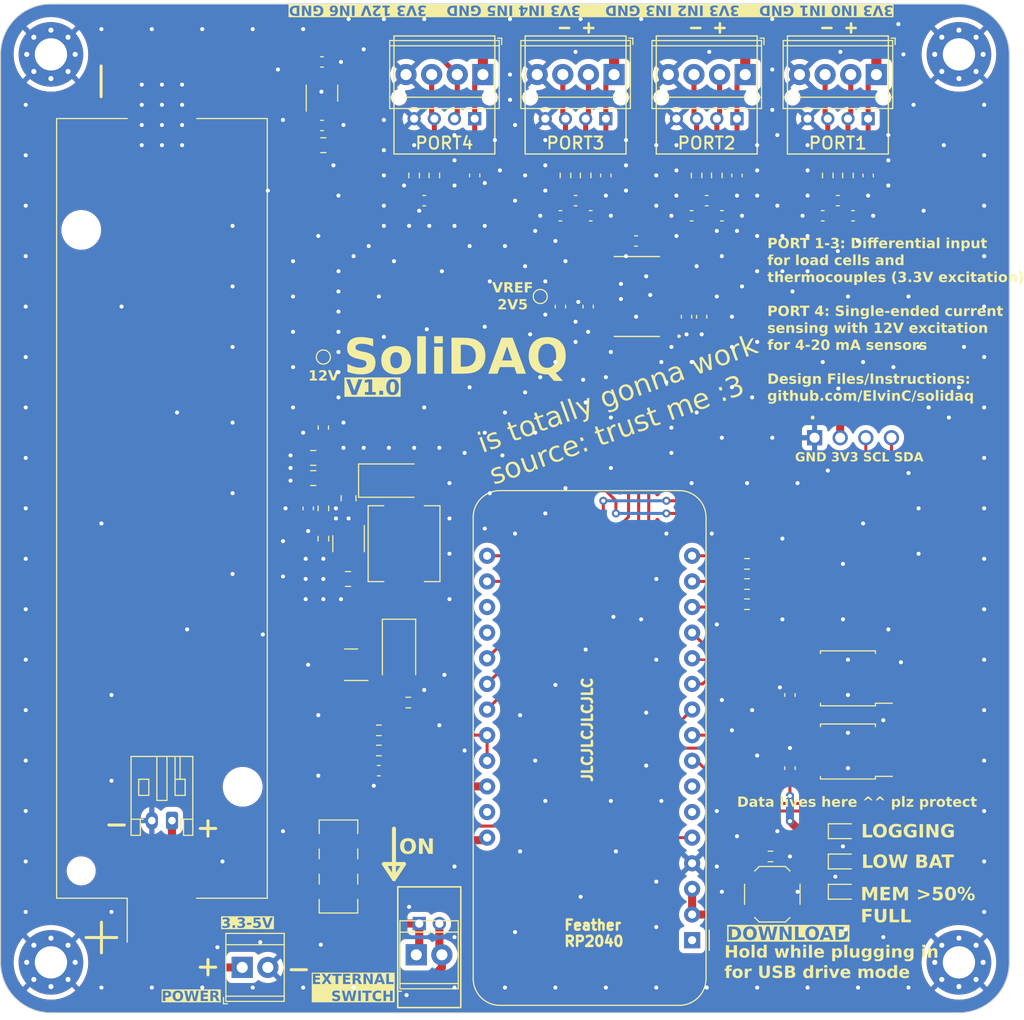
<source format=kicad_pcb>
(kicad_pcb (version 20221018) (generator pcbnew)
  (layers (0 "F.Cu" signal) (31 "B.Cu" signal) (34 "B.Paste" user) (35 "F.Paste" user) (36 "B.SilkS" user "B.Silkscreen") (37 "F.SilkS" user "F.Silkscreen") (38 "B.Mask" user) (39 "F.Mask" user) (44 "Edge.Cuts" user))
  (net 0 "")
  (net 2 "+3V3")
  (net 3 "GND")
  (net 4 "/BAT_MEASURE")
  (net 7 "/SPI_SCK")
  (net 8 "/SPI_MOSI")
  (net 9 "/SPI_MISO")
  (net 10 "VBUS")
  (net 12 "+BATT")
  (net 13 "VDDA")
  (net 14 "+5V")
  (net 15 "/LC1_OUT+")
  (net 16 "/LC1_OUT-")
  (net 17 "/LC2_OUT+")
  (net 18 "/LC2_OUT-")
  (net 19 "/ADC_CS")
  (net 20 "/FLASH1_CS")
  (net 23 "/FLASH2_CS")
  (net 24 "+12V")
  (net 25 "Net-(D3-A)")
  (net 26 "/SDA")
  (net 27 "/SCL")
  (net 30 "/SPI2_SCK")
  (net 31 "/SPI2_MOSI")
  (net 32 "/SPI2_MISO")
  (net 33 "/LC3_OUT+")
  (net 34 "/LC3_OUT-")
  (net 35 "/IN2+")
  (net 36 "/IN2-")
  (net 37 "/IN3+")
  (net 38 "/IN3-")
  (net 39 "/4_20_IN1_FILT")
  (net 40 "/12v_fused")
  (net 41 "/IN1+")
  (net 42 "/IN1-")
  (net 43 "/4_20_IN1")
  (net 44 "Net-(D4-A)")
  (net 45 "Net-(D5-A)")
  (net 46 "/LED_LOGGING")
  (net 47 "/LED_LOWBAT")
  (net 48 "/LED_HALF_FULL")
  (net 51 "/DL_BTN")
  (net 52 "Net-(U2-FB)")
  (net 53 "Net-(U4-REGCAPA)")
  (net 54 "Net-(U4-REGCAPD)")
  (net 55 "Net-(J1-Pin_1)")
  (net 56 "Net-(U4-REFOUT)")
  (net 63 "/BOOST_SW")
  (footprint "Capacitor_SMD:C_0603_1608Metric" (layer "F.Cu") (at 158.25 123.5 90)
    (fp_text reference "C27" hide)
    (fp_text value "100n")
  )
  (footprint "Resistor_SMD:R_0603_1608Metric" (layer "F.Cu") (at 136 72 90)
    (fp_text reference "R9" hide)
    (fp_text value "1k")
  )
  (footprint "LED_SMD:LED_0603_1608Metric" (layer "F.Cu") (at 163.5375 140)
    (fp_text reference "D3" hide)
    (fp_text value "LOWBAT")
  )
  (footprint "Capacitor_SMD:C_0603_1608Metric" (layer "F.Cu") (at 166 72 -90)
    (fp_text reference "C2" hide)
    (fp_text value "1u")
  )
  (footprint "Resistor_SMD:R_0603_1608Metric" (layer "F.Cu") (at 117.5 129 180)
    (fp_text reference "R2" hide)
    (fp_text value "47k")
  )
  (footprint "TestPoint:TestPoint_Pad_D1.0mm" (layer "F.Cu") (at 112 90)
    (fp_text reference "TP1" hide)
    (fp_text value "TestPoint_Small")
  )
  (footprint "Capacitor_SMD:C_0603_1608Metric" (layer "F.Cu") (at 148 86 -90)
    (fp_text reference "C26" hide)
    (fp_text value "100n")
  )
  (footprint "Capacitor_SMD:C_0805_2012Metric" (layer "F.Cu") (at 111 102 180)
    (fp_text reference "C20" hide)
    (fp_text value "10u")
  )
  (footprint "Capacitor_SMD:C_0603_1608Metric" (layer "F.Cu") (at 135.5 85 -90)
    (fp_text reference "C29" hide)
    (fp_text value "100n")
  )
  (footprint "TerminalBlock_TE-Connectivity:TerminalBlock_TE_282834-4_1x04_P2.54mm_Horizontal" (layer "F.Cu") (at 127.815 62 180)
    (fp_text reference "J12" hide)
    (fp_text value "PRES")
  )
  (footprint "Resistor_SMD:R_0603_1608Metric" (layer "F.Cu") (at 154 110.5)
    (fp_text reference "R16" hide)
    (fp_text value "1k")
  )
  (footprint "Capacitor_SMD:C_0603_1608Metric" (layer "F.Cu") (at 127 72 -90)
    (fp_text reference "C16" hide)
    (fp_text value "1u")
  )
  (footprint "Resistor_SMD:R_0603_1608Metric" (layer "F.Cu") (at 123 72 90)
    (fp_text reference "R12" hide)
    (fp_text value "1k")
  )
  (footprint "LED_SMD:LED_0603_1608Metric" (layer "F.Cu") (at 163.5375 143)
    (fp_text reference "D4" hide)
    (fp_text value "50%FULL")
  )
  (footprint "Capacitor_SMD:C_0805_2012Metric" (layer "F.Cu") (at 114.5 104 -90)
    (fp_text reference "C22" hide)
    (fp_text value "10u")
  )
  (footprint "Fuse:Fuse_0603_1608Metric" (layer "F.Cu") (at 112 97 90)
    (fp_text reference "F1" hide)
    (fp_text value "30mA")
  )
  (footprint "Package_TO_SOT_SMD:SOT-23" (layer "F.Cu") (at 114.75 120.5 180)
    (fp_text reference "Q1" hide)
    (fp_text value "AO3401A")
  )
  (footprint "Capacitor_SMD:C_0603_1608Metric" (layer "F.Cu") (at 153 72 -90)
    (fp_text reference "C3" hide)
    (fp_text value "1u")
  )
  (footprint "Diode_SMD:D_SMA" (layer "F.Cu") (at 119.5 119.5 -90)
    (fp_text reference "D1" hide)
    (fp_text value "Schottky_SMA")
  )
  (footprint "Diode_SMD:D_SMA" (layer "F.Cu") (at 119 102.25)
    (fp_text reference "D2" hide)
    (fp_text value "SS54")
  )
  (footprint "Capacitor_SMD:C_0603_1608Metric" (layer "F.Cu") (at 138.25 85 90)
    (fp_text reference "C25" hide)
    (fp_text value "100n")
  )
  (footprint "TerminalBlock_TE-Connectivity:TerminalBlock_TE_282834-2_1x02_P2.54mm_Horizontal" (layer "F.Cu") (at 103.96 150.5)
    (fp_text reference "J1" hide)
    (fp_text value "POW_EXT")
  )
  (footprint "MountingHole:MountingHole_3.2mm_M3_Pad_Via" (layer "F.Cu") (at 85 150)
    (fp_text reference "H3" hide)
    (fp_text value "M3")
  )
  (footprint "Capacitor_SMD:C_0603_1608Metric" (layer "F.Cu") (at 143 78.5 180)
    (fp_text reference "C28" hide)
    (fp_text value "1u")
  )
  (footprint "MountingHole:MountingHole_3.2mm_M3_Pad_Via" (layer "F.Cu") (at 175 150)
    (fp_text reference "H4" hide)
    (fp_text value "M3")
  )
  (footprint "Capacitor_SMD:C_0603_1608Metric" (layer "F.Cu") (at 111.8625 67.05)
    (fp_text reference "C14" hide)
    (fp_text value "1u")
  )
  (footprint "Capacitor_SMD:C_0603_1608Metric" (layer "F.Cu") (at 137 74.5 180)
    (fp_text reference "C12" hide)
    (fp_text value "100n")
  )
  (footprint "Capacitor_SMD:C_0603_1608Metric" (layer "F.Cu") (at 149.5 86 -90)
    (fp_text reference "C24" hide)
    (fp_text value "1u")
  )
  (footprint "daqlib:JST_S04B-PASK-2_LF__SN_" (layer "F.Cu") (at 137 66.375)
    (fp_text reference "J11" hide)
    (fp_text value "LC3")
  )
  (footprint "daqlib:SW_DPDT_MST22D18G2" (layer "F.Cu") (at 113.5 140.5 90)
    (fp_text reference "SW1" hide)
    (fp_text value "SW_Push_DPDT")
  )
  (footprint "Capacitor_SMD:C_0603_1608Metric" (layer "F.Cu") (at 163 74.5 180)
    (fp_text reference "C6" hide)
    (fp_text value "100n")
  )
  (footprint "Capacitor_SMD:C_0603_1608Metric" (layer "F.Cu") (at 110.5 105 -90)
    (fp_text reference "C19" hide)
    (fp_text value "4.7p")
  )
  (footprint "daqlib:i2c_oled" (layer "F.Cu") (at 164.5 109.5)
    (fp_text reference "J14" hide)
    (fp_text value "OLED")
  )
  (footprint "Capacitor_SMD:C_0603_1608Metric" (layer "F.Cu") (at 111.8625 60.75)
    (fp_text reference "C15" hide)
    (fp_text value "1u")
  )
  (footprint "Capacitor_SMD:C_0603_1608Metric" (layer "F.Cu") (at 164.5 76 180)
    (fp_text reference "C5" hide)
    (fp_text value "DNP")
  )
  (footprint "Inductor_SMD:L_Sunlord_MWSA0603S" (layer "F.Cu") (at 120 108.5 90)
    (fp_text reference "L1" hide)
    (fp_text value "10u")
  )
  (footprint "daqlib:SOIC-8_EP_5.23x5.23mm_P1.27mm" (layer "F.Cu") (at 164 129.1 180)
    (fp_text reference "U5" hide)
    (fp_text value "W25Q128JVS")
  )
  (footprint "daqlib:Adafruit_Feather" (layer "F.Cu") (at 148.5525 147.8 180)
    (fp_text reference "A1" hide)
    (fp_text value "Adafruit_Feather_Generic")
  )
  (footprint "Resistor_SMD:R_0603_1608Metric" (layer "F.Cu") (at 121 72 -90)
    (fp_text reference "R11" hide)
    (fp_text value "100r_0.1%")
  )
  (footprint "daqlib:SW_Push_1P1T_XKB_TS-1187A" (layer "F.Cu") (at 156.5 143.25)
    (fp_text reference "SW2" hide)
    (fp_text value "download")
  )
  (footprint "daqlib:CONN2_S02B-PASK-2_JST" (layer "F.Cu") (at 123.5 146.154699 180)
    (fp_text reference "J5" hide)
    (fp_text value "EXT_SW")
  )
  (footprint "Capacitor_SMD:C_0603_1608Metric" (layer "F.Cu") (at 135.5 76 180)
    (fp_text reference "C13" hide)
    (fp_text value "DNP")
  )
  (footprint "Resistor_SMD:R_0603_1608Metric" (layer "F.Cu") (at 149 72 90)
    (fp_text reference "R7" hide)
    (fp_text value "1k")
  )
  (footprint "Resistor_SMD:R_0603_1608Metric" (layer "F.Cu") (at 117.5 127)
    (fp_text reference "R1" hide)
    (fp_text value "47k")
  )
  (footprint "TerminalBlock_TE-Connectivity:TerminalBlock_TE_282834-4_1x04_P2.54mm_Horizontal" (layer "F.Cu") (at 140.815 62 180)
    (fp_text reference "J8" hide)
    (fp_text value "LC3")
  )
  (footprint "Capacitor_SMD:C_0603_1608Metric" (layer "F.Cu") (at 150 74.5 180)
    (fp_text reference "C9" hide)
    (fp_text value "100n")
  )
  (footprint "Capacitor_SMD:C_0603_1608Metric" (layer "F.Cu") (at 148.5 76 180)
    (fp_text reference "C10" hide)
    (fp_text value "DNP")
  )
  (footprint "daqlib:SOIC-8_EP_5.23x5.23mm_P1.27mm" (layer "F.Cu") (at 164 121.85 180)
    (fp_text reference "U3" hide)
    (fp_text value "W25Q128JVS")
  )
  (footprint "Capacitor_SMD:C_0603_1608Metric" (layer "F.Cu") (at 151.5 76 180)
    (fp_text reference "C8" hide)
    (fp_text value "DNP")
  )
  (footprint "daqlib:JST_S04B-PASK-2_LF__SN_" (layer "F.Cu") (at 150 66.375)
    (fp_text reference "J10" hide)
    (fp_text value "LC2")
  )
  (footprint "Capacitor_SMD:C_0603_1608Metric" (layer "F.Cu") (at 161.5 76 180)
    (fp_text reference "C7" hide)
    (fp_text value "DNP")
  )
  (footprint "Resistor_SMD:R_0603_1608Metric" (layer "F.Cu") (at 154 112.5)
    (fp_text reference "R15" hide)
    (fp_text value "1k")
  )
  (footprint "Package_TO_SOT_SMD:SOT-23-5" (layer "F.Cu") (at 111.8625 63.8375 90)
    (fp_text reference "U1" hide)
    (fp_text value "LP5907MFX-3.3")
  )
  (footprint "Resistor_SMD:R_0603_1608Metric" (layer "F.Cu") (at 112 108 -90)
    (fp_text reference "R14" hide)
    (fp_text value "205k")
  )
  (footprint "Capacitor_SMD:C_0805_2012Metric" (layer "F.Cu") (at 111 100 180)
    (fp_text reference "C21" hide)
    (fp_text value "10u")
  )
  (footprint "daqlib:JST_S04B-PASK-2_LF__SN_" (layer "F.Cu") (at 124 66.375)
    (fp_text reference "J13" hide)
    (fp_text value "PRES")
  )
  (footprint "Capacitor_SMD:C_0603_1608Metric" (layer "F.Cu") (at 158.25 130.75 90)
    (fp_text reference "C23" hide)
    (fp_text value "100n")
  )
  (footprint "LED_SMD:LED_0603_1608Metric" (layer "F.Cu") (at 163.5375 137)
    (fp_text reference "D5" hide)
    (fp_text value "LOGGING")
  )
  (footprint "Resistor_SMD:R_0603_1608Metric" (layer "F.Cu") (at 156.325 139.5)
    (fp_text reference "R10" hide)
    (fp_text value "10k")
  )
  (footprint "Battery:BatteryHolder_Keystone_1042_1x18650" (layer "F.Cu") (at 96 105 90)
    (fp_text reference "J3" hide)
    (fp_text value "BATTERY")
  )
  (footprint "Capacitor_SMD:C_0603_1608Metric" (layer "F.Cu") (at 117.5 131 180)
    (fp_text reference "C1" hide)
    (fp_text value "100n")
  )
  (footprint "TestPoint:TestPoint_Pad_D1.0mm" (layer "F.Cu") (at 133.5 84)
    (fp_text reference "TP2" hide)
    (fp_text value "TestPoint_Small")
  )
  (footprint "Resistor_SMD:R_0603_1608Metric" (layer "F.Cu") (at 164 72 -90)
    (fp_text reference "R4" hide)
    (fp_text value "1k")
  )
  (footprint "TerminalBlock_TE-Connectivity:TerminalBlock_TE_282834-4_1x04_P2.54mm_Horizontal" (layer "F.Cu") (at 166.815 62 180)
    (fp_text reference "J7" hide)
    (fp_text value "LC1")
  )
  (footprint "daqlib:SOP65P640X120-24N" (layer "F.Cu") (at 143.075 84 180)
    (fp_text reference "U4" hide)
    (fp_text value "AD7124-4BRUZ")
  )
  (footprint "Capacitor_SMD:C_0805_2012Metric" (layer "F.Cu") (at 114.45 112 180)
    (fp_text reference "C17" hide)
    (fp_text value "10u")
  )
  (footprint "Capacitor_SMD:C_0603_1608Metric" (layer "F.Cu") (at 140 72 -90)
    (fp_text reference "C4" hide)
    (fp_text value "1u")
  )
  (footprint "Resistor_SMD:R_0603_1608Metric" (layer "F.Cu") (at 138 72 -90)
    (fp_text reference "R8" hide)
    (fp_text value "1k")
  )
  (footprint "TerminalBlock_TE-Connectivity:TerminalBlock_TE_282834-2_1x02_P2.54mm_Horizontal" (layer "F.Cu") (at 121.21 149.25)
    (fp_text reference "J4" hide)
    (fp_text value "EXT_SW")
  )
  (footprint "Capacitor_SMD:C_0805_2012Metric" (layer "F.Cu") (at 112 69)
    (fp_text reference "C30" hide)
    (fp_text value "10u")
  )
  (footprint "Capacitor_SMD:C_0603_1608Metric" (layer "F.Cu") (at 138.5 76 180)
    (fp_text reference "C11" hide)
    (fp_text value "DNP")
  )
  (footprint "MountingHole:MountingHole_3.2mm_M3_Pad_Via" (layer "F.Cu") (at 85 60)
    (fp_text reference "H1" hide)
    (fp_text value "M3")
  )
  (footprint "TerminalBlock_TE-Connectivity:TerminalBlock_TE_282834-4_1x04_P2.54mm_Horizontal" (layer "F.Cu") (at 153.815 62 180)
    (fp_text reference "J6" hide)
    (fp_text value "LC2")
  )
  (footprint "Connector_JST:JST_PH_S2B-PH-K_1x02_P2.00mm_Horizontal" (layer "F.Cu") (at 97 135.95 180)
    (fp_text reference "J2" hide)
    (fp_text value "BATTERY")
  )
  (footprint "Resistor_SMD:R_0603_1608Metric" (layer "F.Cu") (at 162 72 90)
    (fp_text reference "R5" hide)
    (fp_text value "1k")
  )
  (footprint "Resistor_SMD:R_0603_1608Metric" (layer "F.Cu") (at 112 105 -90)
    (fp_text reference "R13" hide)
    (fp_text value "1.8M")
  )
  (footprint "Resistor_SMD:R_0603_1608Metric" (layer "F.Cu") (at 154 114.5)
    (fp_text reference "R17" hide)
    (fp_text value "1k")
  )
  (footprint "Capacitor_SMD:C_0603_1608Metric" (layer "F.Cu") (at 122 74.5 180)
    (fp_text reference "C18" hide)
    (fp_text value "100n")
  )
  (footprint "Resistor_SMD:R_0603_1608Metric" (layer "F.Cu") (at 120.425 124.25)
    (fp_text reference "R3" hide)
    (fp_text value "10k")
  )
  (footprint "MountingHole:MountingHole_3.2mm_M3_Pad_Via" (layer "F.Cu") (at 175 60)
    (fp_text reference "H2" hide)
    (fp_text value "M3")
  )
  (footprint "Resistor_SMD:R_0603_1608Metric" (layer "F.Cu") (at 151 72 -90)
    (fp_text reference "R6" hide)
    (fp_text value "1k")
  )
  (footprint "daqlib:JST_S04B-PASK-2_LF__SN_" (layer "F.Cu") (at 163 66.375)
    (fp_text reference "J9" hide)
    (fp_text value "LC1")
  )
  (footprint "Package_TO_SOT_SMD:SOT-23-5" (layer "F.Cu") (at 114.5 108.5 -90)
    (fp_text reference "U2" hide)
    (fp_text value "TPS61040DBV")
  )
  (gr_line (start 120 140.25) (end 118 140.25) (stroke (width 0.4)) (layer "F.SilkS"))
  (gr_line (start 118 140.25) (end 119 141.75) (stroke (width 0.4)) (layer "F.SilkS"))
  (gr_line (start 119 136.75) (end 119 141.75) (stroke (width 0.4)) (layer "F.SilkS"))
  (gr_line (start 119 141.75) (end 120 140.25) (stroke (width 0.4)) (layer "F.SilkS"))
  (gr_line (start 80 150) (end 80 60) (stroke (width 0.1)) (layer "Edge.Cuts"))
  (gr_arc (start 85 155) (mid 81.464466 153.535534) (end 80 150) (stroke (width 0.1)) (layer "Edge.Cuts"))
  (gr_line (start 175 155) (end 85 155) (stroke (width 0.1)) (layer "Edge.Cuts"))
  (gr_arc (start 180 150) (mid 178.535534 153.535534) (end 175 155) (stroke (width 0.1)) (layer "Edge.Cuts"))
  (gr_arc (start 80 60) (mid 81.464466 56.464466) (end 85 55) (stroke (width 0.1)) (layer "Edge.Cuts"))
  (gr_line (start 180 60) (end 180 150) (stroke (width 0.1)) (layer "Edge.Cuts"))
  (gr_arc (start 175 55) (mid 178.535534 56.464466) (end 180 60) (stroke (width 0.1)) (layer "Edge.Cuts"))
  (gr_line (start 85 55) (end 175 55) (stroke (width 0.1)) (layer "Edge.Cuts"))
  (gr_text "PORT1" (at 160 69.5) (layer "F.SilkS") (effects (font (size 1.2 1.2) (thickness 0.2) bold) (justify left bottom)))
  (gr_text "DOWNLOAD" (at 152 148) (layer "F.SilkS" knockout) (effects (font (size 1.3 1.3) (thickness 0.25) bold) (justify left bottom)))
  (gr_text "PORT4" (at 121 69.5) (layer "F.SilkS") (effects (font (size 1.2 1.2) (thickness 0.2) bold) (justify left bottom)))
  (gr_text "GND 3V3 SCL SDA" (at 158.75 100.5) (layer "F.SilkS") (effects (font (size 0.9 0.9) (thickness 0.2) bold) (justify left bottom)))
  (gr_text "EXTERNAL\nSWITCH" (at 119 154) (layer "F.SilkS" knockout) (effects (font (size 1 1) (thickness 0.2) bold) (justify right bottom)))
  (gr_text "+" (at 102 137.75) (layer "F.SilkS") (effects (font (size 2 2) (thickness 0.3) bold) (justify right bottom)))
  (gr_text "PORT2" (at 147 69.5) (layer "F.SilkS") (effects (font (size 1.2 1.2) (thickness 0.2) bold) (justify left bottom)))
  (gr_text "PORT 1-3: Differential input\nfor load cells and\nthermocouples (3.3V excitation)\n\nPORT 4: Single-ended current\nsensing with 12V excitation\nfor 4-20 mA sensors\n\nDesign Files/Instructions:\ngithub.com/ElvinC/solidaq" (at 156 94.5) (layer "F.SilkS") (effects (font (size 1 1) (thickness 0.2) bold) (justify left bottom)))
  (gr_text "3V3 IN0 IN1 GND    3V3 IN2 IN3 GND     3V3 IN4 IN5 GND    3V3 12V IN6 GND  " (at 168.5 55 180) (layer "F.SilkS" knockout) (effects (font (size 1 1) (thickness 0.2) bold) (justify left bottom)))
  (gr_text "VREF\n2V5" (at 130.76534 85.450132) (layer "F.SilkS") (effects (font (size 1 1) (thickness 0.25) bold) (justify bottom)))
  (gr_text "POWER" (at 101.75 154) (layer "F.SilkS" knockout) (effects (font (size 1 1) (thickness 0.2) bold) (justify right bottom)))
  (gr_text "+" (at 102 151.5) (layer "F.SilkS") (effects (font (size 2 2) (thickness 0.3) bold) (justify right bottom)))
  (gr_text "V1.0" (at 114.25 94) (layer "F.SilkS" knockout) (effects (font (size 1.5 1.5) (thickness 0.2) bold) (justify left bottom)))
  (gr_text "12V" (at 110.5 92.5) (layer "F.SilkS") (effects (font (size 1 1) (thickness 0.25) bold) (justify left bottom)))
  (gr_text "is totally gonna work\nsource: trust me :3" (at 129 103 20) (layer "F.SilkS") (effects (font (size 2 2) (thickness 0.3)) (justify left bottom)))
  (gr_text "LOW BAT" (at 165.331341 140.855726) (layer "F.SilkS") (effects (font (size 1.3 1.3) (thickness 0.2) bold) (justify left bottom)))
  (gr_text "Hold while plugging in\nfor USB drive mode" (at 151.75 151.75) (layer "F.SilkS") (effects (font (size 1.2 1.2) (thickness 0.2) bold) (justify left bottom)))
  (gr_text "-" (at 92.94 137.41) (layer "F.SilkS") (effects (font (size 2 2) (thickness 0.3) bold) (justify right bottom)))
  (gr_text "PORT3" (at 134 69.5) (layer "F.SilkS") (effects (font (size 1.2 1.2) (thickness 0.2) bold) (justify left bottom)))
  (gr_text "-" (at 92 60 90) (layer "F.SilkS") (effects (font (size 4 4) (thickness 0.3) bold) (justify right bottom)))
  (gr_text "JLCJLCJLCJLC" (at 138.75 132.25 90) (layer "F.SilkS") (effects (font (size 1 1) (thickness 0.25) bold) (justify left bottom)))
  (gr_text "-" (at 111 151.75) (layer "F.SilkS") (effects (font (size 2 2) (thickness 0.3) bold) (justify right bottom)))
  (gr_text "- +" (at 161 58) (layer "F.SilkS") (effects (font (size 1.2 1.2) (thickness 0.25) bold) (justify left bottom)))
  (gr_text "Data lives here ^^ plz protect" (at 153 134.75) (layer "F.SilkS") (effects (font (size 1 1) (thickness 0.2) bold) (justify left bottom)))
  (gr_text "MEM >50%\nFULL" (at 165.25 146.25) (layer "F.SilkS") (effects (font (size 1.3 1.3) (thickness 0.2) bold) (justify left bottom)))
  (gr_text "- +" (at 135 58) (layer "F.SilkS") (effects (font (size 1.2 1.2) (thickness 0.25) bold) (justify left bottom)))
  (gr_text "- +" (at 148 58) (layer "F.SilkS") (effects (font (size 1.2 1.2) (thickness 0.25) bold) (justify left bottom)))
  (gr_text "Feather\nRP2040" (at 135.75 148.5) (layer "F.SilkS") (effects (font (size 1 1) (thickness 0.25) bold) (justify left bottom)))
  (gr_text "+" (at 92.67786 149.567687) (layer "F.SilkS") (effects (font (size 4 4) (thickness 0.3) bold) (justify right bottom)))
  (gr_text "3.3-5V" (at 107 146.75) (layer "F.SilkS" knockout) (effects (font (size 1 1) (thickness 0.2) bold) (justify right bottom)))
  (gr_text "SoliDAQ" (at 114 92.25) (layer "F.SilkS") (effects (font (size 3.5 3.5) (thickness 0.6) bold) (justify left bottom)))
  (gr_text "LOGGING" (at 165.302785 137.8379) (layer "F.SilkS") (effects (font (size 1.3 1.3) (thickness 0.2) bold) (justify left bottom)))
  (gr_text "ON" (at 119.5 139.5) (layer "F.SilkS") (effects (font (size 1.5 1.5) (thickness 0.375) bold) (justify left bottom)))
  (segment (start 148.825 84.325) (end 149.5 85) (width 0.3) (layer "F.Cu") (net 2))
  (segment (start 158.25 136) (end 161 138.75) (width 0.8) (layer "F.Cu") (net 2))
  (segment (start 161 145.125) (end 164.875 145.125) (width 0.8) (layer "F.Cu") (net 2))
  (segment (start 151 86.633274) (end 149.591726 85.225) (width 0.8) (layer "F.Cu") (net 2))
  (segment (start 174 136) (end 174 99.75) (width 0.8) (layer "F.Cu") (net 2))
  (segment (start 170.02 95.77) (end 163.23 95.77) (width 0.8) (layer "F.Cu") (net 2))
  (segment (start 163.23 95.77) (end 163.23 98) (width 0.8) (layer "F.Cu") (net 2))
  (segment (start 157.25 126.5) (end 158.25 125.5) (width 0.3) (layer "F.Cu") (net 2))
  (segment (start 158.25 125.5) (end 158.25 124.275) (width 0.3) (layer "F.Cu") (net 2))
  (segment (start 163.23 95.77) (end 151.77 95.77) (width 0.8) (layer "F.Cu") (net 2))
  (segment (start 159.5 145.125) (end 153.5 145.125) (width 0.8) (layer "F.Cu") (net 2))
  (segment (start 158.62 123.905) (end 158.25 124.275) (width 0.3) (layer "F.Cu") (net 2))
  (segment (start 148.5525 145.26) (end 153.365 145.26) (width 0.8) (layer "F.Cu") (net 2))
  (segment (start 174 99.75) (end 170.02 95.77) (width 0.8) (layer "F.Cu") (net 2))
  (segment (start 161 138.75) (end 161 145.125) (width 0.8) (layer "F.Cu") (net 2))
  (segment (start 160.4 123.905) (end 158.62 123.905) (width 0.3) (layer "F.Cu") (net 2))
  (segment (start 158.25 131.525) (end 157.25 130.525) (width 0.3) (layer "F.Cu") (net 2))
  (segment (start 158.25 131.525) (end 158.975 131.525) (width 0.3) (layer "F.Cu") (net 2))
  (segment (start 149.5 85) (end 149.5 85.225) (width 0.3) (layer "F.Cu") (net 2))
  (segment (start 157.25 130.525) (end 157.25 126.5) (width 0.3) (layer "F.Cu") (net 2))
  (segment (start 158.975 131.525) (end 159.345 131.155) (width 0.3) (layer "F.Cu") (net 2))
  (segment (start 159.345 131.155) (end 160.4 131.155) (width 0.3) (layer "F.Cu") (net 2))
  (segment (start 148.5525 142.72) (end 148.5525 145.26) (width 0.8) (layer "F.Cu") (net 2))
  (segment (start 151.77 95.77) (end 151 95) (width 0.8) (layer "F.Cu") (net 2))
  (segment (start 164.875 145.125) (end 174 136) (width 0.8) (layer "F.Cu") (net 2))
  (segment (start 145.945 84.325) (end 148.825 84.325) (width 0.3) (layer "F.Cu") (net 2))
  (segment (start 149.591726 85.225) (end 149.5 85.225) (width 0.8) (layer "F.Cu") (net 2))
  (segment (start 158.25 131.525) (end 158.25 133.5) (width 0.3) (layer "F.Cu") (net 2))
  (segment (start 159.5 145.125) (end 161 145.125) (width 0.8) (layer "F.Cu") (net 2))
  (segment (start 151 95) (end 151 86.633274) (width 0.8) (layer "F.Cu") (net 2))
  (segment (start 153.365 145.26) (end 153.5 145.125) (width 0.8) (layer "F.Cu") (net 2))
  (via (at 158.25 136) (size 0.8) (drill 0.4) (layers "F.Cu" "B.Cu") (net 2))
  (via (at 158.25 133.5) (size 0.8) (drill 0.4) (layers "F.Cu" "B.Cu") (net 2))
  (segment (start 158.25 136) (end 158.25 133.5) (width 0.8) (layer "B.Cu") (net 2))
  (segment (start 144.577241 83.675) (end 145.945 83.675) (width 0.3) (layer "F.Cu") (net 3))
  (segment (start 142.225 78.5) (end 142.225 79.775) (width 0.3) (layer "F.Cu") (net 3))
  (segment (start 144.402617 83.849624) (end 144.577241 83.675) (width 0.3) (layer "F.Cu") (net 3))
  (segment (start 140.205 80.425) (end 141.575 80.425) (width 0.3) (layer "F.Cu") (net 3))
  (segment (start 111.8625 64.975) (end 111.8625 63.75) (width 0.5) (layer "F.Cu") (net 3))
  (segment (start 167.6 120.095) (end 169.095 120.095) (width 0.3) (layer "F.Cu") (net 3))
  (segment (start 167.5 126) (end 167.5 127.245) (width 0.3) (layer "F.Cu") (net 3))
  (segment (start 113.95 67.05) (end 114 67) (width 0.8) (layer "F.Cu") (net 3))
  (segment (start 152.275 76) (end 153.5 76) (width 0.3) (layer "F.Cu") (net 3))
  (segment (start 116.725 131) (end 116.725 132.225) (width 0.3) (layer "F.Cu") (net 3))
  (segment (start 116.725 132.225) (end 117 132.5) (width 0.3) (layer "F.Cu") (net 3))
  (segment (start 140 72.775) (end 140 74) (width 0.3) (layer "F.Cu") (net 3))
  (segment (start 160.725 76) (end 159.5 76) (width 0.3) (layer "F.Cu") (net 3))
  (segment (start 153 72.775) (end 153 74) (width 0.3) (layer "F.Cu") (net 3))
  (segment (start 127.975 72.775) (end 128 72.75) (width 0.3) (layer "F.Cu") (net 3))
  (segment (start 148 86.775) (end 148 87.75) (width 0.3) (layer "F.Cu") (net 3))
  (segment (start 166 72.775) (end 166 74) (width 0.5) (layer "F.Cu") (net 3))
  (segment (start 147.725 76) (end 146.5 76) (width 0.3) (layer "F.Cu") (net 3))
  (segment (start 162.75 143) (end 162.75 137) (width 0.3) (layer "F.Cu") (net 3))
  (segment (start 120.175 72.825) (end 120 73) (width 0.3) (layer "F.Cu") (net 3))
  (segment (start 139.275 76) (end 140.5 76) (width 0.3) (layer "F.Cu") (net 3))
  (segment (start 121.225 74.5) (end 121.225 75.225) (width 0.3) (layer "F.Cu") (net 3))
  (segment (start 138.25 84.225) (end 138.35 84.325) (width 0.3) (layer "F.Cu") (net 3))
  (segment (start 149.5 86.775) (end 149.5 87.75) (width 0.3) (layer "F.Cu") (net 3))
  (segment (start 157.275 122.725) (end 157.25 122.75) (width 0.3) (layer "F.Cu") (net 3))
  (segment (start 137.271575 84.536974) (end 137.583549 84.225) (width 0.3) (layer "F.Cu") (net 3))
  (segment (start 158.25 122.725) (end 157.275 122.725) (width 0.3) (layer "F.Cu") (net 3))
  (segment (start 137.583549 84.225) (end 138.25 84.225) (width 0.3) (layer "F.Cu") (net 3))
  (segment (start 112.6375 67.05) (end 113.95 67.05) (width 0.8) (layer "F.Cu") (net 3))
  (segment (start 142.225 79.775) (end 142 80) (width 0.3) (layer "F.Cu") (net 3))
  (segment (start 111.8625 63.75) (end 111.8125 63.7) (width 0.5) (layer "F.Cu") (net 3))
  (segment (start 112.6375 60.75) (end 113.75 60.75) (width 0.8) (layer "F.Cu") (net 3))
  (segment (start 141.575 80.425) (end 142 80) (width 0.3) (layer "F.Cu") (net 3))
  (segment (start 169.095 120.095) (end 169.25 120.25) (width 0.3) (layer "F.Cu") (net 3))
  (segment (start 138.35 84.325) (end 140.205 84.325) (width 0.3) (layer "F.Cu") (net 3))
  (segment (start 158.25 128.75) (end 158.25 129.975) (width 0.3) (layer "F.Cu") (net 3))
  (segment (start 141.425 84.325) (end 141.5 84.25) (width 0.3) (layer "F.Cu") (net 3))
  (segment (start 121 72.825) (end 120.175 72.825) (width 0.3) (layer "F.Cu") (net 3))
  (segment (start 162.75 141.5) (end 162.75 140) (width 0.3) (layer "F.Cu") (net 3))
  (segment (start 127 72.775) (end 127.975 72.775) (width 0.3) (layer "F.Cu") (net 3))
  (segment (start 167.5 127.245) (end 167.6 127.345) (width 0.3) (layer "F.Cu") (net 3))
  (segment (start 121.225 75.225) (end 121.5 75.5) (width 0.3) (layer "F.Cu") (net 3))
  (segment (start 141.225 83.025) (end 141.5 82.75) (width 0.3) (layer "F.Cu") (net 3))
  (segment (start 157.15 139.5) (end 158.25 139.5) (width 0.3) (layer "F.Cu") (net 3))
  (segment (start 140.205 84.325) (end 141.425 84.325) (width 0.3) (layer "F.Cu") (net 3))
  (segment (start 116.725 131) (end 116.725 129.05) (width 0.3) (layer "F.Cu") (net 3))
  (segment (start 165.275 76) (end 166.5 76) (width 0.3) (layer "F.Cu") (net 3))
  (segment (start 134.725 76) (end 133.5 76) (width 0.3) (layer "F.Cu") (net 3))
  (segment (start 140.205 83.025) (end 141.225 83.025) (width 0.3) (layer "F.Cu") (net 3))
  (segment (start 116.725 129.05) (end 116.675 129) (width 0.3) (layer "F.Cu") (net 3))
  (via (at 122 95) (size 0.8) (drill 0.4) (layers "F.Cu" "B.Cu") (net 3))
  (via (at 158.25 139.5) (size 0.8) (drill 0.4) (layers "F.Cu" "B.Cu") (net 3))
  (via (at 141.5 82.75) (size 0.8) (drill 0.4) (layers "F.Cu" "B.Cu") (net 3))
  (via (at 140.5 134) (size 0.8) (drill 0.4) (layers "F.Cu" "B.Cu") (net 3))
  (via (at 121 69) (size 0.8) (drill 0.4) (layers "F.Cu" "B.Cu") (net 3))
  (via (at 142 80) (size 0.8) (drill 0.4) (layers "F.Cu" "B.Cu") (net 3))
  (via (at 122.5 77) (size 0.8) (drill 0.4) (layers "F.Cu" "B.Cu") (net 3))
  (via (at 126 129) (size 0.8) (drill 0.4) (layers "F.Cu" "B.Cu") (net 3))
  (via (at 120.5 144.5) (size 0.8) (drill 0.4) (layers "F.Cu" "B.Cu") (net 3))
  (via (at 130 152.5) (size 0.8) (drill 0.4) (layers "F.Cu" "B.Cu") (net 3))
  (via (at 137.271575 84.536974) (size 0.8) (drill 0.4) (layers "F.Cu" "B.Cu") (net 3))
  (via (at 82.5 145) (size 0.8) (drill 0.4) (layers "F.Cu" "B.Cu") (net 3))
  (via (at 82.5 135) (size 0.8) (drill 0.4) (layers "F.Cu" "B.Cu") (net 3))
  (via (at 156.5 65.5) (size 0.8) (drill 0.4) (layers "F.Cu" "B.Cu") (net 3))
  (via (at 162 101.25) (size 0.8) (drill 0.4) (layers "F.Cu" "B.Cu") (net 3))
  (via (at 170.5 65) (size 0.8) (drill 0.4) (layers "F.Cu" "B.Cu") (net 3))
  (via (at 134 82.5) (size 0.8) (drill 0.4) (layers "F.Cu" "B.Cu") (net 3))
  (via (at 111.5 78) (size 0.8) (drill 0.4) (layers "F.Cu" "B.Cu") (net 3))
  (via (at 82.5 95) (size 0.8) (drill 0.4) (layers "F.Cu" "B.Cu") (net 3))
  (via (at 146.5 89) (size 0.8) (drill 0.4) (layers "F.Cu" "B.Cu") (net 3))
  (via (at 103 111.5) (size 0.8) (drill 0.4) (layers "F.Cu" "B.Cu") (net 3))
  (via (at 123.5 99) (size 0.8) (drill 0.4) (layers "F.Cu" "B.Cu") (net 3))
  (via (at 134 134) (size 0.8) (drill 0.4) (layers "F.Cu" "B.Cu") (net 3))
  (via (at 177.5 110) (size 0.8) (drill 0.4) (layers "F.Cu" "B.Cu") (net 3))
  (via (at 151.5 80) (size 0.8) (drill 0.4) (layers "F.Cu" "B.Cu") (net 3))
  (via (at 121 99) (size 0.8) (drill 0.4) (layers "F.Cu" "B.Cu") (net 3))
  (via (at 146 92.5) (size 0.8) (drill 0.4) (layers "F.Cu" "B.Cu") (net 3))
  (via (at 177.5 95) (size 0.8) (drill 0.4) (layers "F.Cu" "B.Cu") (net 3))
  (via (at 108 66.5) (size 0.8) (drill 0.4) (layers "F.Cu" "B.Cu") (net 3))
  (via (at 82.5 115) (size 0.8) (drill 0.4) (layers "F.Cu" "B.Cu") (net 3))
  (via (at 116.5 79) (size 0.8) (drill 0.4) (layers "F.Cu" "B.Cu") (net 3))
  (via (at 160 74) (size 0.8) (drill 0.4) (layers "F.Cu" "B.Cu") (net 3))
  (via (at 158.25 128.75) (size 0.8) (drill 0.4) (layers "F.Cu" "B.Cu") (net 3))
  (via (at 164 123.5) (size 0.8) (drill 0.4) (layers "F.Cu" "B.Cu") (net 3))
  (via (at 134 73.5) (size 0.8) (drill 0.4) (layers "F.Cu" "B.Cu") (net 3))
  (via (at 151.5 98) (size 0.8) (drill 0.4) (layers "F.Cu" "B.Cu") (net 3))
  (via (at 164 84) (size 0.8) (drill 0.4) (layers "F.Cu" "B.Cu") (net 3))
  (via (at 169.5 60) (size 0.8) (drill 0.4) (layers "F.Cu" "B.Cu") (net 3))
  (via (at 110.25 110) (size 0.8) (drill 0.4) (layers "F.Cu" "B.Cu") (net 3))
  (via (at 122 123) (size 0.8) (drill 0.4) (layers "F.Cu" "B.Cu") (net 3))
  (via (at 110 97.5) (size 0.8) (drill 0.4) (layers "F.Cu" "B.Cu") (net 3))
  (via (at 159 143) (size 0.8) (drill 0.4) (layers "F.Cu" "B.Cu") (net 3))
  (via (at 126.5 79) (size 0.8) (drill 0.4) (layers "F.Cu" "B.Cu") (net 3))
  (via (at 123.75 81.5) (size 0.8) (drill 0.4) (layers "F.Cu" "B.Cu") (net 3))
  (via (at 155 69) (size 0.8) (drill 0.4) (layers "F.Cu" "B.Cu") (net 3))
  (via (at 110 57.5) (size 0.8) (drill 0.4) (layers "F.Cu" "B.Cu") (net 3))
  (via (at 140.5 89.5) (size 0.8) (drill 0.4) (layers "F.Cu" "B.Cu") (net 3))
  (via (at 98 65) (size 0.8) (drill 0.4) (layers "F.Cu" "B.Cu") (net 3))
  (via (at 121.5 75.5) (size 0.8) (drill 0.4) (layers "F.Cu" "B.Cu") (net 3))
  (via (at 98 69) (size 0.8) (drill 0.4) (layers "F.Cu" "B.Cu") (net 3))
  (via (at 145 152.5) (size 0.8) (drill 0.4) (layers "F.Cu" "B.Cu") (net 3))
  (via (at 175 93) (size 0.8) (drill 0.4) (layers "F.Cu" "B.Cu") (net 3))
  (via (at 155 152.5) (size 0.8) (drill 0.4) (layers "F.Cu" "B.Cu") (net 3))
  (via (at 82.5 70) (size 0.8) (drill 0.4) (layers "F.Cu" "B.Cu") (net 3))
  (via (at 145 112) (size 0.8) (drill 0.4) (layers "F.Cu" "B.Cu") (net 3))
  (via (at 177.5 125) (size 0.8) (drill 0.4) (layers "F.Cu" "B.Cu") (net 3))
  (via (at 105.75 148) (size 0.8) (drill 0.4) (layers "F.Cu" "B.Cu") (net 3))
  (via (at 114.5 106) (size 0.8) (drill 0.4) (layers "F.Cu" "B.Cu") (net 3))
  (via (at 150 152.5) (size 0.8) (drill 0.4) (layers "F.Cu" "B.Cu") (net 3))
  (via (at 118 72) (size 0.8) (drill 0.4) (layers "F.Cu" "B.Cu") (net 3))
  (via (at 147 78) (size 0.8) (drill 0.4) (layers "F.Cu" "B.Cu") (net 3))
  (via (at 91 123.5) (size 0.8) (drill 0.4) (layers "F.Cu" "B.Cu") (net 3))
  (via (at 120.25 153.25) (size 0.8) (drill 0.4) (layers "F.Cu" "B.Cu") (net 3))
  (via (at 147 74) (size 0.8) (drill 0.4) (layers "F.Cu" "B.Cu") (net 3))
  (via (at 177.5 140) (size 0.8) (drill 0.4) (layers "F.Cu" "B.Cu") (net 3))
  (via (at 152.5 86) (size 0.8) (drill 0.4) (layers "F.Cu" "B.Cu") (net 3))
  (via (at 134 71) (size 0.8) (drill 0.4) (layers "F.Cu" "B.Cu") (net 3))
  (via (at 108 137) (size 0.8) (drill 0.4) (layers "F.Cu" "B.Cu") (net 3))
  (via (at 134 85.79716) (size 0.8) (drill 0.4) (layers "F.Cu" "B.Cu") (net 3))
  (via (at 170 101.5) (size 0.8) (drill 0.4) (layers "F.Cu" "B.Cu") (net 3))
  (via (at 82.5 100) (size 0.8) (drill 0.4) (layers "F.Cu" "B.Cu") (net 3))
  (via (at 122 56.5) (size 0.8) (drill 0.4) (layers "F.Cu" "B.Cu") (net 3))
  (via (at 110.25 114) (size 0.8) (drill 0.4) (layers "F.Cu" "B.Cu") (net 3))
  (via (at 113.25 106) (size 0.8) (drill 0.4) (layers "F.Cu" "B.Cu") (net 3))
  (via (at 173.5 69) (size 0.8) (drill 0.4) (layers "F.Cu" "B.Cu") (net 3))
  (via (at 177.5 105) (size 0.8) (drill 0.4) (layers "F.Cu" "B.Cu") (net 3))
  (via (at 113.5 94) (size 0.8) (drill 0.4) (layers "F.Cu" "B.Cu") (net 3))
  (via (at 138.25 87.5) (size 0.8) (drill 0.4) (layers "F.Cu" "B.Cu") (net 3))
  (via (at 169.25 120.25) (size 0.8) (drill 0.4) (layers "F.Cu" "B.Cu") (net 3))
  (via (at 108.75 101) (size 0.8) (drill 0.4) (layers "F.Cu" "B.Cu") (net 3))
  (via (at 131 74.5) (size 0.8) (drill 0.4) (layers "F.Cu" "B.Cu") (net 3))
  (via (at 169 57) (size 0.8) (drill 0.4) (layers "F.Cu" "B.Cu") (net 3))
  (via (at 125 70.5) (size 0.8) (drill 0.4) (layers "F.Cu" "B.Cu") (net 3))
  (via (at 145 75) (size 0.8) (drill 0.4) (layers "F.Cu" "B.Cu") (net 3))
  (via (at 107.5 61.5) (size 0.8) (drill 0.4) (layers "F.Cu" "B.Cu") (net 3))
  (via (at 153 137.5) (size 0.8) (drill 0.4) (layers "F.Cu" "B.Cu") (net 3))
  (via (at 160 71.5) (size 0.8) (drill 0.4) (layers "F.Cu" "B.Cu") (net 3))
  (via (at 113.5 89.5) (size 0.8) (drill 0.4) (layers "F.Cu" "B.Cu") (net 3))
  (via (at 156.5 56.5) (size 0.8) (drill 0.4) (layers "F.Cu" "B.Cu") (net 3))
  (via (at 174 96) (size 0.8) (drill 0.4) (layers "F.Cu" "B.Cu") (net 3))
  (via (at 114 99) (size 0.8) (drill 0.4) (layers "F.Cu" "B.Cu") (net 3))
  (via (at 106 117.5) (size 0.8) (drill 0.4) (layers "F.Cu" "B.Cu") (net 3))
  (via (at 137.75 92.25) (size 0.8) (drill 0.4) (layers "F.Cu" "B.Cu") (net 3))
  (via (at 109 95) (size 0.8) (drill 0.4) (layers "F.Cu" "B.Cu") (net 3))
  (via (at 90 106.5) (size 0.8) (drill 0.4) (layers "F.Cu" "B.Cu") (net 3))
  (via (at 144.402617 83.849624) (size 0.8) (drill 0.4) (layers "F.Cu" "B.Cu") (net 3))
  (via (at 177.5 120) (size 0.8) (drill 0.4) (layers "F.Cu" "B.Cu") (net 3))
  (via (at 163.25 59.75) (size 0.8) (drill 0.4) (layers "F.Cu" "B.Cu") (net 3))
  (via (at 141 139) (size 0.8) (drill 0.4) (layers "F.Cu" "B.Cu") (net 3))
  (via (at 112 114) (size 0.8) (drill 0.4) (layers "F.Cu" "B.Cu") (net 3))
  (via (at 152.5 127) (size 0.8) (drill 0.4) (layers "F.Cu" "B.Cu") (net 3))
  (via (at 82.5 125) (size 0.8) (drill 0.4) (layers "F.Cu" "B.Cu") (net 3))
  (via (at 162.75 141.5) (size 0.8) (drill 0.4) (layers "F.Cu" "B.Cu") (net 3))
  (via (at 82.5 80) (size 0.8) (drill 0.4) (layers "F.Cu" "B.Cu") (net 3))
  (via (at 113.5 83.5) (size 0.8) (drill 0.4) (layers "F.Cu" "B.Cu") (net 3))
  (via (at 94 65) (size 0.8) (drill 0.4) (layers "F.Cu" "B.Cu") (net 3))
  (via (at 113.75 60.75) (size 0.8) (drill 0.4) (layers "F.Cu" "B.Cu") (net 3))
  (via (at 167.5 147.5) (size 0.8) (drill 0.4) (layers "F.Cu" "B.Cu") (net 3))
  (via (at 133.5 76) (size 0.8) (drill 0.4) (layers "F.Cu" "B.Cu") (net 3))
  (via (at 108 108.25) (size 0.8) (drill 0.4) (layers "F.Cu" "B.Cu") (net 3))
  (via (at 92 85) (size 0.8) (drill 0.4) (layers "F.Cu" "B.Cu") (net 3))
  (via (at 82.5 140) (size 0.8) (drill 0.4) (layers "F.Cu" "B.Cu") (net 3))
  (via (at 118 66.5) (size 0.8) (drill 0.4) (layers "F.Cu" "B.Cu") (net 3))
  (via (at 151.5 124) (size 0.8) (drill 0.4) (layers "F.Cu" "B.Cu") (net 3))
  (via (at 98 67) (size 0.8) (drill 0.4) (layers "F.Cu" "B.Cu") (net 3))
  (via (at 109 87.5) (size 0.8) (drill 0.4) (layers "F.Cu" "B.Cu") (net 3))
  (via (at 132.5 87.75) (size 0.8) (drill 0.4) (layers "F.Cu" "B.Cu") (net 3))
  (via (at 159 102.5) (size 0.8) (drill 0.4) (layers "F.Cu" "B.Cu") (net 3))
  (via (at 91 145) (size 0.8) (drill 0.4) (layers "F.Cu" "B.Cu") (net 3))
  (via (at 149 81) (size 0.8) (drill 0.4) (layers "F.Cu" "B.Cu") (net 3))
  (via (at 151 84) (size 0.8) (drill 0.4) (layers "F.Cu" "B.Cu") (net 3))
  (via (at 103 103.5) (size 0.8) (drill 0.4) (layers "F.Cu" "B.Cu") (net 3))
  (via (at 140.5 76) (size 0.8) (drill 0.4) (layers "F.Cu" "B.Cu") (net 3))
  (via (at 160 152.5) (size 0.8) (drill 0.4) (layers "F.Cu" "B.Cu") (net 3))
  (via (at 103 83) (size 0.8) (drill 0.4) (layers "F.Cu" "B.Cu") (net 3))
  (via (at 112 110) (size 0.8) (drill 0.4) (layers "F.Cu" "B.Cu") (net 3))
  (via (at 82.5 110) (size 0.8) (drill 0.4) (layers "F.Cu" "B.Cu") (net 3))
  (via (at 82.5 85) (size 0.8) (drill 0.4) (layers "F.Cu" "B.Cu") (net 3))
  (via (at 90 152.5) (size 0.8) (drill 0.4) (layers "F.Cu" "B.Cu") (net 3))
  (via (at 113.5 81.5) (size 0.8) (drill 0.4) (layers "F.Cu" "B.Cu") (net 3))
  (via (at 131.5 139) (size 0.8) (drill 0.4) (layers "F.Cu" "B.Cu") (net 3))
  (via (at 164 127.25) (size 0.8) (drill 0.4) (layers "F.Cu" "B.Cu") (net 3))
  (via (at 118 88) (size 0.8) (drill 0.4) (layers "F.Cu" "B.Cu") (net 3))
  (via (at 96 65) (size 0.8) (drill 0.4) (layers "F.Cu" "B.Cu") (net 3))
  (via (at 146.5 97) (size 0.8) (drill 0.4) (layers "F.Cu" "B.Cu") (net 3))
  (via (at 130.5 56.5) (size 0.8) (drill 0.4) (layers "F.Cu" "B.Cu") (net 3))
  (via (at 91 132) (size 0.8) (drill 0.4) (layers "F.Cu" "B.Cu") (net 3))
  (via (at 125 68) (size 0.8) (drill 0.4) (layers "F.Cu" "B.Cu") (net 3))
  (via (at 125 152.5) (size 0.8) (drill 0.4) (layers "F.Cu" "B.Cu") (net 3))
  (via (at 177.5 70) (size 0.8) (drill 0.4) (layers "F.Cu" "B.Cu") (net 3))
  (via (at 146.5 99.5) (size 0.8) (drill 0.4) (layers "F.Cu" "B.Cu") (net 3))
  (via (at 152.5 93) (size 0.8) (drill 0.4) (layers "F.Cu" "B.Cu") (net 3))
  (via (at 177.5 90) (size 0.8) (drill 0.4) (layers "F.Cu" "B.Cu") (net 3))
  (via (at 177.5 100) (size 0.8) (drill 0.4) (layers "F.Cu" "B.Cu") (net 3))
  (via (at 144 125.25) (size 0.8) (drill 0.4) (layers "F.Cu" "B.Cu") (net 3))
  (via (at 109 80.5) (size 0.8) (drill 0.4) (layers "F.Cu" "B.Cu") (net 3))
  (via (at 156.5 61.5) (size 0.8) (drill 0.4) (layers "F.Cu" "B.Cu") (net 3))
  (via (at 171 105) (size 0.8) (drill 0.4) (layers "F.Cu" "B.Cu") (net 3))
  (via (at 145 69) (size 0.8) (drill 0.4) (layers "F.Cu" "B.Cu") (net 3))
  (via (at 151 116.5) (size 0.8) (drill 0.4) (layers "F.Cu" "B.Cu") (net 3))
  (via (at 163.5 138.5) (size 0.8) (drill 0.4) (layers "F.Cu" "B.Cu") (net 3))
  (via (at 137 59.75) (size 0.8) (drill 0.4) (layers "F.Cu" "B.Cu") (net 3))
  (via (at 153 77.5) (size 0.8) (drill 0.4) (layers "F.Cu" "B.Cu") (net 3))
  (via (at 144 130.5) (size 0.8) (drill 0.4) (layers "F.Cu" "B.Cu") (net 3))
  (via (at 113.75 114) (size 0.8) (drill 0.4) (layers "F.Cu" "B.Cu") (net 3))
  (via (at 114 96.5) (size 0.8) (drill 0.4) (layers "F.Cu" "B.Cu") (net 3))
  (via (at 82.5 130) (size 0.8) (drill 0.4) (layers "F.Cu" "B.Cu") (net 3))
  (via (at 102 140) (size 0.8) (drill 0.4) (layers "F.Cu" "B.Cu") (net 3))
  (via (at 119 80.5) (size 0.8) (drill 0.4) (layers "F.Cu" "B.Cu") (net 3))
  (via (at 170 152.5) (size 0.8) (drill 0.4) (layers "F.Cu" "B.Cu") (net 3))
  (via (at 128 72.75) (size 0.8) (drill 0.4) (layers "F.Cu" "B.Cu") (net 3))
  (via (at 134 105.5) (size 0.8) (drill 0.4) (layers "F.Cu" "B.Cu") (net 3))
  (via (at 124.5 114) (size 0.8) (drill 0.4) (layers "F.Cu" "B.Cu") (net 3))
  (via (at 171 89) (size 0.8) (drill 0.4) (layers "F.Cu" "B.Cu") (net 3))
  (via (at 118 77) (size 0.8) (drill 0.4) (layers "F.Cu" "B.Cu") (net 3))
  (via (at 142 71) (size 0.8) (drill 0.4) (layers "F.Cu" "B.Cu") (net 3))
  (via (at 108 111.75) (size 0.8) (drill 0.4) (layers "F.Cu" "B.Cu") (net 3))
  (via (at 136 80.5) (size 0.8) (drill 0.4) (layers "F.Cu" "B.Cu") (net 3))
  (via (at 111.75 148.25) (size 0.8) (drill 0.4) (layers "F.Cu" "B.Cu") (net 3))
  (via (at 120.5 77) (size 0.8) (drill 0.4) (layers "F.Cu" "B.Cu") (net 3))
  (via (at 130 95.5) (size 0.8) (drill 0.4) (layers "F.Cu" "B.Cu") (net 3))
  (via (at 160 78) (size 0.8) (drill 0.4) (layers "F.Cu" "B.Cu") (net 3))
  (via (at 157.25 122.75) (size 0.8) (drill 0.4) (layers "F.Cu" "B.Cu") (net 3))
  (via (at 138 94.5) (size 0.8) (drill 0.4) (layers "F.Cu" "B.Cu") (net 3))
  (via (at 151 140.5) (size 0.8) (drill 0.4) (layers "F.Cu" "B.Cu") (net 3))
  (via (at 140.5 96) (size 0.8) (drill 0.4) (layers "F.Cu" "B.Cu") (net 3))
  (via (at 166 74) (size 0.8) (drill 0.4) (layers "F.Cu" "B.Cu") (net 3))
  (via (at 100 152.5) (size 0.8) (drill 0.4) (layers "F.Cu" "B.Cu") (net 3))
  (via (at 116 99) (size 0.8) (drill 0.4) (layers "F.Cu" "B.Cu") (net 3))
  (via (at 111.8125 63.7) (size 0.8) (drill 0.4) (layers "F.Cu" "B.Cu") (net 3))
  (via (at 124.5 109.5) (size 0.8) (drill 0.4) (layers "F.Cu" "B.Cu") (net 3))
  (via (at 113.5 91.5) (size 0.8) (drill 0.4) (layers "F.Cu" "B.Cu") (net 3))
  (via (at 140.75 115.75) (size 0.8) (drill 0.4) (layers "F.Cu" "B.Cu") (net 3))
  (via (at 137 86.5) (size 0.8) (drill 0.4) (layers "F.Cu" "B.Cu") (net 3))
  (via (at 155 129.5) (size 0.8) (drill 0.4) (layers "F.Cu" "B.Cu") (net 3))
  (via (at 148.5 90.5) (size 0.8) (drill 0.4) (layers "F.Cu" "B.Cu") (net 3))
  (via (at 154.5 94) (size 0.8) (drill 0.4) (layers "F.Cu" "B.Cu") (net 3))
  (via (at 145 142) (size 0.8) (drill 0.4) (layers "F.Cu" "B.Cu") (net 3))
  (via (at 122.25 87.25) (size 0.8) (drill 0.4) (layers "F.Cu" "B.Cu") (net 3))
  (via (at 156.5 98) (size 0.8) (drill 0.4) (layers "F.Cu" "B.Cu") (net 3))
  (via (at 133.5 92) (size 0.8) (drill 0.4) (layers "F.Cu" "B.Cu") (net 3))
  (via (at 155 81.5) (size 0.8) (drill 0.4) (layers "F.Cu" "B.Cu") (net 3))
  (via (at 131 67) (size 0.8) (drill 0.4) (layers "F.Cu" "B.Cu") (net 3))
  (via (at 132 72) (size 0.8) (drill 0.4) (layers "F.Cu" "B.Cu") (net 3))
  (via (at 163.052614 93.12512) (size 0.8) (drill 0.4) (layers "F.Cu" "B.Cu") (net 3))
  (via (at 106.5 73.5) (size 0.8) (drill 0.4) (layers "F.Cu" "B.Cu") (net 3))
  (via (at 82.5 120) (size 0.8) (drill 0.4) (layers "F.Cu" "B.Cu") (net 3))
  (via (at 110.5 107.25) (size 0.8) (drill 0.4) (layers "F.Cu" "B.Cu") (net 3))
  (via (at 114.5 56.5) (size 0.8) (drill 0.4) (layers "F.Cu" "B.Cu") (net 3))
  (via (at 128 77) (size 0.8) (drill 0.4) (layers "F.Cu" "B.Cu") (net 3))
  (via (at 117.5 84) (size 0.8) (drill 0.4) (layers "F.Cu" "B.Cu") (net 3))
  (via (at 145.5 90.5) (size 0.8) (drill 0.4) (layers "F.Cu" "B.Cu") (net 3))
  (via (at 118 75) (size 0.8) (drill 0.4) (layers "F.Cu" "B.Cu") (net 3))
  (via (at 112 112) (size 0.8) (drill 0.4) (layers "F.Cu" "B.Cu") (net 3))
  (via (at 163.5 110.5) (size 0.8) (drill 0.4) (layers "F.Cu" "B.Cu") (net 3))
  (via (at 137 88.5) (size 0.8) (drill 0.4) (layers "F.Cu" "B.Cu") (net 3))
  (via (at 158.5 83.5) (size 0.8) (drill 0.4) (layers "F.Cu" "B.Cu") (net 3))
  (via (at 148.5 102.5) (size 0.8) (drill 0.4) (layers "F.Cu" "B.Cu") (net 3))
  (via (at 111.5 125.5) (size 0.8) (drill 0.4) (layers "F.Cu" "B.Cu") (net 3))
  (via (at 113.5 85.5) (size 0.8) (drill 0.4) (layers "F.Cu" "B.Cu") (net 3))
  (via (at 160 69) (size 0.8) (drill 0.4) (layers "F.Cu" "B.Cu") (net 3))
  (via (at 163 79.5) (size 0.8) (drill 0.4) (layers "F.Cu" "B.Cu") (net 3))
  (via (at 125 77) (size 0.8) (drill 0.4) (layers "F.Cu" "B.Cu") (net 3))
  (via (at 110 152.5) (size 0.8) (drill 0.4) (layers "F.Cu" "B.Cu") (net 3))
  (via (at 151 135) (size 0.8) (drill 0.4) (layers "F.Cu" "B.Cu") (net 3))
  (via (at 130.5 62) (size 0.8) (drill 0.4) (layers "F.Cu" "B.Cu") (net 3))
  (via (at 172 95) (size 0.8) (drill 0.4) (layers "F.Cu" "B.Cu") (net 3))
  (via (at 177.5 135) (size 0.8) (drill 0.4) (layers "F.Cu" "B.Cu") (net 3))
  (via (at 165 152.5) (size 0.8) (drill 0.4) (layers "F.Cu" "B.Cu") (net 3))
  (via (at 124 121.5) (size 0.8) (drill 0.4) (layers "F.Cu" "B.Cu") (net 3))
  (via (at 140 74) (size 0.8) (drill 0.4) (layers "F.Cu" "B.Cu") (net 3))
  (via (at 138 119) (size 0.8) (drill 0.4) (layers "F.Cu" "B.Cu") (net 3))
  (via (at 105 152.5) (size 0.8) (drill 0.4) (layers "F.Cu" "B.Cu") (net 3))
  (via (at 133 130) (size 0.8) (drill 0.4) (layers "F.Cu" "B.Cu") (net 3))
  (via (at 177.5 115) (size 0.8) (drill 0.4) (layers "F.Cu" "B.Cu") (net 3))
  (via (at 114 67) (size 0.8) (drill 0.4) (layers "F.Cu" "B.Cu") (net 3))
  (via (at 111.5 131.5) (size 0.8) (drill 0.4) (layers "F.Cu" "B.Cu") (net 3))
  (via (at 165.5 106.5) (size 0.8) (drill 0.4) (layers "F.Cu" "B.Cu") (net 3))
  (via (at 157.5 81.5) (size 0.8) (drill 0.4) (layers "F.Cu" "B.Cu") (net 3))
  (via (at 157.5 78) (size 0.8) (drill 0.4) (layers "F.Cu" "B.Cu") (net 3))
  (via (at 133 77.5) (size 0.8) (drill 0.4) (layers "F.Cu" "B.Cu") (net 3))
  (via (at 82.5 105) (size 0.8) (drill 0.4) (layers "F.Cu" "B.Cu") (net 3))
  (via (at 151 77.5) (size 0.8) (drill 0.4) (layers "F.Cu" "B.Cu") (net 3))
  (via (at 157 75) (size 0.8) (drill 0.4) (layers "F.Cu" "B.Cu") (net 3))
  (via (at 146 107.5) (size 0.8) (drill 0.4) (layers "F.Cu" "B.Cu") (net 3))
  (via (at 149.5 87.75) (size 0.8) (drill 0.4) (layers "F.Cu" "B.Cu") (net 3))
  (via (at 145 72) (size 0.8) (drill 0.4) (layers "F.Cu" "B.Cu") (net 3))
  (via (at 150.5 107.5) (size 0.8) (drill 0.4) (layers "F.Cu" "B.Cu") (net 3))
  (via (at 151.5 143) (size 0.8) (drill 0.4) (layers "F.Cu" "B.Cu") (net 3))
  (via (at 157 68) (size 0.8) (drill 0.4) (layers "F.Cu" "B.Cu") (net 3))
  (via (at 140.5 101) (size 0.8) (drill 0.4) (layers "F.Cu" "B.Cu") (net 3))
  (via (at 159.5 76) (size 0.8) (drill 0.4) (layers "F.Cu" "B.Cu") (net 3))
  (via (at 135 90.5) (size 0.8) (drill 0.4) (layers "F.Cu" "B.Cu") (net 3))
  (via (at 101.5 148.5) (size 0.8) (drill 0.4) (layers "F.Cu" "B.Cu") (net 3))
  (via (at 170 84) (size 0.8) (drill 0.4) (layers "F.Cu" "B.Cu") (net 3))
  (via (at 157.5 108) (size 0.8) (drill 0.4) (layers "F.Cu" "B.Cu") (net 3))
  (via (at 171 109.5) (size 0.8) (drill 0.4) (layers "F.Cu" "B.Cu") (net 3))
  (via (at 143.5 56.5) (size 0.8) (drill 0.4) (layers "F.Cu" "B.Cu") (net 3))
  (via (at 94 67) (size 0.8) (drill 0.4) (layers "F.Cu" "B.Cu") (net 3))
  (via (at 131 147) (size 0.8) (drill 0.4) (layers "F.Cu" "B.Cu") (net 3))
  (via (at 155 88.5) (size 0.8) (drill 0.4) (layers "F.Cu" "B.Cu") (net 3))
  (via (at 96 67) (size 0.8) (drill 0.4) (layers "F.Cu" "B.Cu") (net 3))
  (via (at 168 73) (size 0.8) (drill 0.4) (layers "F.Cu" "B.Cu") (net 3))
  (via (at 165 78.5) (size 0.8) (drill 0.4) (layers "F.Cu" "B.Cu") (net 3))
  (via (at 124.5 106) (size 0.8) (drill 0.4) (layers "F.Cu" "B.Cu") (net 3))
  (via (at 153.5 83) (size 0.8) (drill 0.4) (layers "F.Cu" "B.Cu") (net 3))
  (via (at 90 57.5) (size 0.8) (drill 0.4) (layers "F.Cu" "B.Cu") (net 3))
  (via (at 100 57.5) (size 0.8) (drill 0.4) (layers "F.Cu" "B.Cu") (net 3))
  (via (at 135 152.5) (size 0.8) (drill 0.4) (layers "F.Cu" "B.Cu") (net 3))
  (via (at 82.5 90) (size 0.8) (drill 0.4) (layers "F.Cu" "B.Cu") (net 3))
  (via (at 154.5 125) (size 0.8) (drill 0.4) (layers "F.Cu" "B.Cu") (net 3))
  (via (at 144 82) (size 0.8) (drill 0.4) (layers "F.Cu" "B.Cu") (net 3))
  (via (at 153.5 76) (size 0.8) (drill 0.4) (layers "F.Cu" "B.Cu") (net 3))
  (via (at 118 56.5) (size 0.8) (drill 0.4) (layers "F.Cu" "B.Cu") (net 3))
  (via (at 168 68) (size 0.8) (drill 0.4) (layers "F.Cu" "B.Cu") (net 3))
  (via (at 142 73.5) (size 0.8) (drill 0.4) (layers "F.Cu" "B.Cu") (net 3))
  (via (at 153 74) (size 0.8) (drill 0.4) (layers "F.Cu" "B.Cu") (net 3))
  (via (at 161.5 90.5) (size 0.8) (drill 0.4) (layers "F.Cu" "B.Cu") (net 3))
  (via (at 129 68.5) (size 0.8) (drill 0.4) (layers "F.Cu" "B.Cu") (net 3))
  (via (at 108.25 105) (size 0.8) (drill 0.4) (layers "F.Cu" "B.Cu") (net 3))
  (via (at 152.5 89) (size 0.8) (drill 0.4) (layers "F.Cu" "B.Cu") (net 3))
  (via (at 120 73) (size 0.8) (drill 0.4) (layers "F.Cu" "B.Cu") (net 3))
  (via (at 113.5 74) (size 0.8) (drill 0.4) (layers "F.Cu" "B.Cu") (net 3))
  (via (at 98.5 117) (size 0.8) (drill 0.4) (layers "F.Cu" "B.Cu") (net 3))
  (via (at 177.5 80) (size 0.8) (drill 0.4) (layers "F.Cu" "B.Cu") (net 3))
  (via (at 166.5 76) (size 0.8) (drill 0.4) (layers "F.Cu" "B.Cu") (net 3))
  (via (at 143.5 116) (size 0.8) (drill 0.4) (layers "F.Cu" "B.Cu") (net 3))
  (via (at 98 63) (size 0.8) (drill 0.4) (layers "F.Cu" "B.Cu") (net 3))
  (via (at 116 59.5) (size 0.8) (drill 0.4) (layers "F.Cu" "B.Cu") (net 3))
  (via (at 142 68.5) (size 0.8) (drill 0.4) (layers "F.Cu" "B.Cu") (net 3))
  (via (at 110.5 120.5) (size 0.8) (drill 0.4) (layers "F.Cu" "B.Cu") (net 3))
  (via (at 177.5 130) (size 0.8) (drill 0.4) (layers "F.Cu" "B.Cu") (net 3))
  (via (at 113 71) (size 0.8) (drill 0.4) (layers "F.Cu" "B.Cu") (net 3))
  (via (at 113.25 105) (size 0.8) (drill 0.4) (layers "F.Cu" "B.Cu") (net 3))
  (via (at 147 69) (size 0.8) (drill 0.4) (layers "F.Cu" "B.Cu") (net 3))
  (via (at 141.5 84.25) (size 0.8) (drill 0.4) (layers "F.Cu" "B.Cu") (net 3))
  (via (at 148 87.75) (size 0.8) (drill 0.4) (layers "F.Cu" "B.Cu") (net 3))
  (via (at 125 147.5) (size 0.8) (drill 0.4) (layers "F.Cu" "B.Cu") (net 3))
  (via (at 128 87) (size 0.8) (drill 0.4) (layers "F.Cu" "B.Cu") (net 3))
  (via (at 95 152.5) (size 0.8) (drill 0.4) (layers "F.Cu" "B.Cu") (net 3))
  (via (at 82.5 75) (size 0.8) (drill 0.4) (layers "F.Cu" "B.Cu") (net 3))
  (via (at 94 63) (size 0.8) (drill 0.4) (layers "F.Cu" "B.Cu") (net 3))
  (via (at 145 146.5) (size 0.8) (drill 0.4) (layers "F.Cu" "B.Cu") (net 3))
  (via (at 177.5 145) (size 0.8) (drill 0.4) (layers "F.Cu" "B.Cu") (net 3))
  (via (at 97.5 95.5) (size 0.8) (drill 0.4) (layers "F.Cu" "B.Cu") (net 3))
  (via (at 96 69) (size 0.8) (drill 0.4) (layers "F.Cu" "B.Cu") (net 3))
  (via (at 129.5 71.5) (size 0.8) (drill 0.4) (layers "F.Cu" "B.Cu") (net 3))
  (via (at 128 97.5) (size 0.8) (drill 0.4) (layers "F.Cu" "B.Cu") (net 3))
  (via (at 108.75 99.75) (size 0.8) (drill 0.4) (layers "F.Cu" "B.Cu") (net 3))
  (via (at 140 152.5) (size 0.8) (drill 0.4) (layers "F.Cu" "B.Cu") (net 3))
  (via (at 163.75 146.75) (size 0.8) (drill 0.4) (layers "F.Cu" "B.Cu") (net 3))
  (via (at 82.5 65) (size 0.8) (drill 0.4) (layers "F.Cu" "B.Cu") (net 3))
  (via (at 109 91) (size 0.8) (drill 0.4) (layers "F.Cu" "B.Cu") (net 3))
  (via (at 115 80) (size 0.8) (drill 0.4) (layers "F.Cu" "B.Cu") (net 3))
  (via (at 126.5 93) (size 0.8) (drill 0.4) (layers "F.Cu" "B.Cu") (net 3))
  (via (at 96 63) (size 0.8) (drill 0.4) (layers "F.Cu" "B.Cu") (net 3))
  (via (at 103 89) (size 0.8) (drill 0.4) (layers "F.Cu" "B.Cu") (net 3))
  (via (at 103 96.5) (size 0.8) (drill 0.4) (layers "F.Cu" "B.Cu") (net 3))
  (via (at 124.5 102.5) (size 0.8) (drill 0.4) (layers "F.Cu" "B.Cu") (net 3))
  (via (at 175.5 89) (size 0.8) (drill 0.4) (layers "F.Cu" "B.Cu") (net 3))
  (via (at 133 97.5) (size 0.8) (drill 0.4) (layers "F.Cu" "B.Cu") (net 3))
  (via (at 135 78.5) (size 0.8) (drill 0.4) (layers "F.Cu" "B.Cu") (net 3))
  (via (at 103 77) (size 0.8) (drill 0.4) (layers "F.Cu" "B.Cu") (net 3))
  (via (at 115 152.5) (size 0.8) (drill 0.4) (layers "F.Cu" "B.Cu") (net 3))
  (via (at 105 57.5) (size 0.8) (drill 0.4) (layers "F.Cu" "B.Cu") (net 3))
  (via (at 128.5 103.5) (size 0.8) (drill 0.4) (layers "F.Cu" "B.Cu") (net 3))
  (via (at 146.5 76) (size 0.8) (drill 0.4) (layers "F.Cu" "B.Cu") (net 3))
  (via (at 123.5 126.5) (size 0.8) (drill 0.4) (layers "F.Cu" "B.Cu") (net 3))
  (via (at 177.5 85) (size 0.8) (drill 0.4) (layers "F.Cu" "B.Cu") (net 3))
  (via (at 155 71.5) (size 0.8) (drill 0.4) (layers "F.Cu" "B.Cu") (net 3))
  (via (at 117 132.5) (size 0.8) (drill 0.4) (layers "F.Cu" "B.Cu") (net 3))
  (via (at 113.5 87.5) (size 0.8) (drill 0.4) (layers "F.Cu" "B.Cu") (net 3))
  (via (at 129.75 99.75) (size 0.8) (drill 0.4) (layers "F.Cu" "B.Cu") (net 3))
  (via (at 110.25 112) (size 0.8) (drill 0.4) (layers "F.Cu" "B.Cu") (net 3))
  (via (at 128 107) (size 0.8) (drill 0.4) (layers "F.Cu" "B.Cu") (net 3))
  (via (at 131.5 125.5) (size 0.8) (drill 0.4) (layers "F.Cu" "B.Cu") (net 3))
  (via (at 137.5 56.5) (size 0.8) (drill 0.4) (layers "F.Cu" "B.Cu") (net 3))
  (via (at 177.5 65) (size 0.8) (drill 0.4) (layers "F.Cu" "B.Cu") (net 3))
  (via (at 137.5 143.5) (size 0.8) (drill 0.4) (layers "F.Cu" "B.Cu") (net 3))
  (via (at 168 117) (size 0.8) (drill 0.4) (layers "F.Cu" "B.Cu") (net 3))
  (via (at 155 78) (size 0.8) (drill 0.4) (layers "F.Cu" "B.Cu") (net 3))
  (via (at 157 137) (size 0.8) (drill 0.4) (layers "F.Cu" "B.Cu") (net 3))
  (via (at 164 130.75) (size 0.8) (drill 0.4) (layers "F.Cu" "B.Cu") (net 3))
  (via (at 171.5 75.5) (size 0.8) (drill 0.4) (layers "F.Cu" "B.Cu") (net 3))
  (via (at 157.5 116) (size 0.8) (drill 0.4) (layers "F.Cu" "B.Cu") (net 3))
  (via (at 164 120) (size 0.8) (drill 0.4) (layers "F.Cu" "B.Cu") (net 3))
  (via (at 168 70.5) (size 0.8) (drill 0.4) (layers "F.Cu" "B.Cu") (net 3))
  (via (at 125 73) (size 0.8) (drill 0.4) (layers "F.Cu" "B.Cu") (net 3))
  (via (at 132 81) (size 0.8) (drill 0.4) (layers "F.Cu" "B.Cu") (net 3))
  (via (at 145 120) (size 0.8) (drill 0.4) (layers "F.Cu" "B.Cu") (net 3))
  (via (at 130.5 64.5) (size 0.8) (drill 0.4) (layers "F.Cu" "B.Cu") (net 3))
  (via (at 145.5 134) (size 0.8) (drill 0.4) (layers "F.Cu" "B.Cu") (net 3))
  (via (at 108.75 102.25) (size 0.8) (drill 0.4) (layers "F.Cu" "B.Cu") (net 3))
  (via (at 165.5 90.5) (size 0.8) (drill 0.4) (layers "F.Cu" "B.Cu") (net 3))
  (via (at 126 99.5) (size 0.8) (drill 0.4) (layers "F.Cu" "B.Cu") (net 3))
  (via (at 149 95.5) (size 0.8) (drill 0.4) (layers "F.Cu" "B.Cu") (net 3))
  (via (at 131 107.5) (size 0.8) (drill 0.4) (layers "F.Cu" "B.Cu") (net 3))
  (via (at 135 122.5) (size 0.8) (drill 0.4) (layers "F.Cu" "B.Cu") (net 3))
  (via (at 163.5 116) (size 0.8) (drill 0.4) (layers "F.Cu" "B.Cu") (net 3))
  (via (at 155 74) (size 0.8) (drill 0.4) (layers "F.Cu" "B.Cu") (net 3))
  (via (at 154 102.5) (size 0.8) (drill 0.4) (layers "F.Cu" "B.Cu") (net 3))
  (via (at 140 92) (size 0.8) (drill 0.4) (layers "F.Cu" "B.Cu") (net 3))
  (via (at 109 84) (size 0.8) (drill 0.4) (layers "F.Cu" "B.Cu") (net 3))
  (via (at 132 93.5) (size 0.8) (drill 0.4) (layers "F.Cu" "B.Cu") (net 3))
  (via (at 143 86) (size 0.8) (drill 0.4) (layers "F.Cu" "B.Cu") (net 3))
  (via (at 150.25 59.75) (size 0.8) (drill 0.4) (layers "F.Cu" "B.Cu") (net 3))
  (via (at 128.5 82.5) (size 0.8) (drill 0.4) (layers "F.Cu" "B.Cu") (net 3))
  (via (at 177.5 75) (size 0.8) (drill 0.4) (layers "F.Cu" "B.Cu") (net 3))
  (via (at 125 140.5) (size 0.8) (drill 0.4) (layers "F.Cu" "B.Cu") (net 3))
  (via (at 95 57.5) (size 0.8) (drill 0.4) (layers "F.Cu" "B.Cu") (net 3))
  (via (at 168.5 91) (size 0.8) (drill 0.4) (layers "F.Cu" "B.Cu") (net 3))
  (via (at 134 68.5) (size 0.8) (drill 0.4) (layers "F.Cu" "B.Cu") (net 3))
  (via (at 167.5 126) (size 0.8) (drill 0.4) (layers "F.Cu" "B.Cu") (net 3))
  (via (at 147 71.5) (size 0.8) (drill 0.4) (layers "F.Cu" "B.Cu") (net 3))
  (via (at 94 69) (size 0.8) (drill 0.4) (layers "F.Cu" "B.Cu") (net 3))
  (via (at 160 81.5) (size 0.8) (drill 0.4) (layers "F.Cu" "B.Cu") (net 3))
  (via (at 118.5 99) (size 0.8) (drill 0.4) (layers "F.Cu" "B.Cu") (net 3))
  (via (at 136 103) (size 0.8) (drill 0.4) (layers "F.Cu" "B.Cu") (net 3))
  (via (at 118 69.5) (size 0.8) (drill 0.4) (layers "F.Cu" "B.Cu") (net 3))
  (via (at 130 79) (size 0.8) (drill 0.4) (layers "F.Cu" "B.Cu") (net 3))
  (segment (start 146.89 137.64) (end 148.5525 137.64) (width 0.3) (layer "F.Cu") (net 4))
  (segment (start 127.756154 136.49) (end 145.74 136.49) (width 0.3) (layer "F.Cu") (net 4))
  (segment (start 122.5 136.5) (end 127.746154 136.5) (width 0.3) (layer "F.Cu") (net 4))
  (segment (start 118.325 130.95) (end 118.275 131) (width 0.3) (layer "F.Cu") (net 4))
  (segment (start 127.746154 136.5) (end 127.756154 136.49) (width 0.3) (layer "F.Cu") (net 4))
  (segment (start 118.275 132.275) (end 122.5 136.5) (width 0.3) (layer "F.Cu") (net 4))
  (segment (start 118.275 131) (end 118.275 132.275) (width 0.3) (layer "F.Cu") (net 4))
  (segment (start 118.325 127) (end 118.325 130.95) (width 0.3) (layer "F.Cu") (net 4))
  (segment (start 145.74 136.49) (end 146.89 137.64) (width 0.3) (layer "F.Cu") (net 4))
  (segment (start 160.285 121.25) (end 160.4 121.365) (width 0.3) (layer "F.Cu") (net 7))
  (segment (start 161.026751 124.75) (end 161.525 124.251751) (width 0.25) (layer "F.Cu") (net 7))
  (segment (start 148.5525 122.4) (end 149.6 122.4) (width 0.3) (layer "F.Cu") (net 7))
  (segment (start 159.275 125.225) (end 159.75 124.75) (width 0.25) (layer "F.Cu") (net 7))
  (segment (start 160.198249 128.615) (end 159.275 127.691751) (width 0.25) (layer "F.Cu") (net 7))
  (segment (start 161.525 121.775) (end 161.115 121.365) (width 0.25) (layer "F.Cu") (net 7))
  (segment (start 161.525 124.251751) (end 161.525 121.775) (width 0.25) (layer "F.Cu") (net 7))
  (segment (start 149.6 122.4) (end 150.75 121.25) (width 0.3) (layer "F.Cu") (net 7))
  (segment (start 150.75 121.25) (end 160.285 121.25) (width 0.3) (layer "F.Cu") (net 7))
  (segment (start 160.4 128.615) (end 160.198249 128.615) (width 0.25) (layer "F.Cu") (net 7))
  (segment (start 159.75 124.75) (end 161.026751 124.75) (width 0.25) (layer "F.Cu") (net 7))
  (segment (start 161.115 121.365) (end 160.4 121.365) (width 0.25) (layer "F.Cu") (net 7))
  (segment (start 159.275 127.691751) (end 159.275 125.225) (width 0.25) (layer "F.Cu") (net 7))
  (segment (start 160.305 120) (end 160.36 119.945) (width 0.25) (layer "F.Cu") (net 8))
  (segment (start 148.6925 120) (end 160.305 120) (width 0.25) (layer "F.Cu") (net 8))
  (segment (start 161.975 120.725) (end 161.975 125.77) (width 0.25) (layer "F.Cu") (net 8))
  (segment (start 160.36 119.945) (end 161.195 119.945) (width 0.25) (layer "F.Cu") (net 8))
  (segment (start 148.5525 119.86) (end 148.6925 120) (width 0.25) (layer "F.Cu") (net 8))
  (segment (start 161.195 119.945) (end 161.975 120.725) (width 0.25) (layer "F.Cu") (net 8))
  (segment (start 161.975 125.77) (end 160.4 127.345) (width 0.25) (layer "F.Cu") (net 8))
  (segment (start 166.635 129.885) (end 167.6 129.885) (width 0.3) (layer "F.Cu") (net 9))
  (segment (start 166.135 122.635) (end 166.135 119.385) (width 0.3) (layer "F.Cu") (net 9))
  (segment (start 166.135 119.385) (end 165.25 118.5) (width 0.3) (layer "F.Cu") (net 9))
  (segment (start 166.135 122.635) (end 166.135 129.385) (width 0.3) (layer "F.Cu") (net 9))
  (segment (start 149.7325 118.5) (end 148.5525 117.32) (width 0.3) (layer "F.Cu") (net 9))
  (segment (start 167.6 122.635) (end 166.135 122.635) (width 0.3) (layer "F.Cu") (net 9))
  (segment (start 165.25 118.5) (end 149.7325 118.5) (width 0.3) (layer "F.Cu") (net 9))
  (segment (start 166.135 129.385) (end 166.635 129.885) (width 0.3) (layer "F.Cu") (net 9))
  (segment (start 119.5 125.5) (end 126.56 132.56) (width 0.8) (layer "F.Cu") (net 10))
  (segment (start 119.5 121.5) (end 119.5 125.5) (width 0.8) (layer "F.Cu") (net 10))
  (segment (start 119.45 121.45) (end 119.5 121.5) (width 0.3) (layer "F.Cu") (net 10))
  (segment (start 126.56 132.56) (end 128.2325 132.56) (width 0.8) (layer "F.Cu") (net 10))
  (segment (start 115.6875 121.45) (end 119.45 121.45) (width 0.3) (layer "F.Cu") (net 10))
  (segment (start 113.8125 126.3125) (end 113.8125 132.3125) (width 0.8) (layer "F.Cu") (net 12))
  (segment (start 116.36 143) (end 118 143) (width 0.8) (layer "F.Cu") (net 12))
  (segment (start 113.8125 132.3125) (end 119.5 138) (width 0.8) (layer "F.Cu") (net 12))
  (segment (start 128.2325 137.64) (end 127.9825 137.89) (width 0.8) (layer "F.Cu") (net 12))
  (segment (start 121.499999 148.960001) (end 121.21 149.25) (width 0.8) (layer "F.Cu") (net 12))
  (segment (start 119.5 141.5) (end 119.5 138) (width 0.8) (layer "F.Cu") (net 12))
  (segment (start 110.64 143) (end 116.36 143) (width 0.8) (layer "F.Cu") (net 12))
  (segment (start 113.8125 126.3125) (end 113.8125 120.5) (width 0.8) (layer "F.Cu") (net 12))
  (segment (start 113.8125 127) (end 113.8125 126.3125) (width 0.3) (layer "F.Cu") (net 12))
  (segment (start 116.675 127) (end 113.8125 127) (width 0.3) (layer "F.Cu") (net 12))
  (segment (start 117.904699 146.154699) (end 121.499999 146.154699) (width 0.8) (layer "F.Cu") (net 12))
  (segment (start 119.61 137.89) (end 119.5 138) (width 0.8) (layer "F.Cu") (net 12))
  (segment (start 118 143) (end 119.5 141.5) (width 0.8) (layer "F.Cu") (net 12))
  (segment (start 127.9825 137.89) (end 119.61 137.89) (width 0.8) (layer "F.Cu") (net 12))
  (segment (start 116.36 143) (end 116.36 144.61) (width 0.8) (layer "F.Cu") (net 12))
  (segment (start 121.499999 146.154699) (end 121.499999 148.960001) (width 0.8) (layer "F.Cu") (net 12))
  (segment (start 116.36 144.61) (end 117.904699 146.154699) (width 0.8) (layer "F.Cu") (net 12))
  (segment (start 166.815 62) (end 166 62.815) (width 0.5) (layer "F.Cu") (net 13))
  (segment (start 111.0875 59.1625) (end 111.0875 60.75) (width 0.8) (layer "F.Cu") (net 13))
  (segment (start 140.815 58.185) (end 140.815 62) (width 1) (layer "F.Cu") (net 13))
  (segment (start 127.75 58) (end 127.815 58.065) (width 1) (layer "F.Cu") (net 13))
  (segment (start 140.815 62) (end 140 62.815) (width 0.5) (layer "F.Cu") (net 13))
  (segment (start 153 71.225) (end 153 66.375) (width 0.5) (layer "F.Cu") (net 13))
  (segment (start 110.9125 61.8375) (end 111.0875 61.6625) (width 0.5) (layer "F.Cu") (net 13))
  (segment (start 143.5 58.25) (end 143.5 77.5) (width 0.5) (layer "F.Cu") (net 13))
  (segment (start 111.0875 61.6625) (end 111.0875 60.75) (width 0.5) (layer "F.Cu") (net 13))
  (segment (start 140 62.815) (end 140 66.375) (width 0.5) (layer "F.Cu") (net 13))
  (segment (start 141.225 86.275) (end 142.25 85.25) (width 0.3) (layer "F.Cu") (net 13))
  (segment (start 154 58) (end 141 58) (width 1) (layer "F.Cu") (net 13))
  (segment (start 140 71.225) (end 140 66.375) (width 0.5) (layer "F.Cu") (net 13))
  (segment (start 143.775 80.475) (end 143.775 79.275) (width 0.3) (layer "F.Cu") (net 13))
  (segment (start 143.5 77.5) (end 143.775 77.775) (width 0.5) (layer "F.Cu") (net 13))
  (segment (start 145.945 80.425) (end 144.925 80.425) (width 0.3) (layer "F.Cu") (net 13))
  (segment (start 127.815 62) (end 127 62.815) (width 0.5) (layer "F.Cu") (net 13))
  (segment (start 127.815 58.065) (end 127.815 62) (width 1) (layer "F.Cu") (net 13))
  (segment (start 141 58) (end 140.815 58.185) (width 1) (layer "F.Cu") (net 13))
  (segment (start 154 58) (end 153.815 58.185) (width 1) (layer "F.Cu") (net 13))
  (segment (start 165 58) (end 154 58) (width 1) (layer "F.Cu") (net 13))
  (segment (start 153.815 58.185) (end 153.815 62) (width 1) (layer "F.Cu") (net 13))
  (segment (start 153 62.815) (end 153 66.375) (width 0.5) (layer "F.Cu") (net 13))
  (segment (start 127 71.225) (end 127 66.375) (width 0.5) (layer "F.Cu") (net 13))
  (segment (start 142.25 82) (end 143.775 80.475) (width 0.3) (layer "F.Cu") (net 13))
  (segment (start 110.9125 62.7) (end 110.9125 61.8375) (width 0.5) (layer "F.Cu") (net 13))
  (segment (start 143.775 77.775) (end 143.775 78.5) (width 0.5) (layer "F.Cu") (net 13))
  (segment (start 141 58) (end 127.75 58) (width 1) (layer "F.Cu") (net 13))
  (segment (start 153.815 62) (end 153 62.815) (width 0.5) (layer "F.Cu") (net 13))
  (segment (start 166 62.815) (end 166 66.375) (width 0.5) (layer "F.Cu") (net 13))
  (segment (start 166 66.375) (end 166 71.225) (width 0.5) (layer "F.Cu") (net 13))
  (segment (start 112.25 58) (end 111.0875 59.1625) (width 1) (layer "F.Cu") (net 13))
  (segment (start 127 62.815) (end 127 66.375) (width 0.5) (layer "F.Cu") (net 13))
  (segment (start 140.205 86.275) (end 141.225 86.275) (width 0.3) (layer "F.Cu") (net 13))
  (segment (start 142.25 85.25) (end 142.25 82) (width 0.3) (layer "F.Cu") (net 13))
  (segment (start 143.775 79.275) (end 143.775 78.5) (width 0.3) (layer "F.Cu") (net 13))
  (segment (start 166.815 62) (end 166.815 59.815) (width 1) (layer "F.Cu") (net 13))
  (segment (start 127.75 58) (end 112.25 58) (width 1) (layer "F.Cu") (net 13))
  (segment (start 166.815 59.815) (end 165 58) (width 1) (layer "F.Cu") (net 13))
  (segment (start 144.925 80.425) (end 143.775 79.275) (width 0.3) (layer "F.Cu") (net 13))
  (segment (start 112 66.25) (end 110.9125 66.25) (width 0.3) (layer "F.Cu") (net 14))
  (segment (start 110.9125 66.25) (end 110.9125 66.875) (width 0.5) (layer "F.Cu") (net 14))
  (segment (start 112.8125 64.975) (end 112.8125 65.4375) (width 0.3) (layer "F.Cu") (net 14))
  (segment (start 110.9125 64.975) (end 110.9125 66.25) (width 0.5) (layer "F.Cu") (net 14))
  (segment (start 106 79.5) (end 111.0875 74.4125) (width 0.8) (layer "F.Cu") (net 14))
  (segment (start 115.6875 117.6875) (end 115.5 117.5) (width 0.5) (layer "F.Cu") (net 14))
  (segment (start 114.5 117.5) (end 115.5 117.5) (width 0.8) (layer "F.Cu") (net 14))
  (segment (start 114.5 117.5) (end 110.5 117.5) (width 0.8) (layer "F.Cu") (net 14))
  (segment (start 115.6875 119.55) (end 115.6875 117.6875) (width 0.5) (layer "F.Cu") (net 14))
  (segment (start 112.8125 65.4375) (end 112 66.25) (width 0.3) (layer "F.Cu") (net 14))
  (segment (start 110.5 117.5) (end 106 113) (width 0.8) (layer "F.Cu") (net 14))
  (segment (start 111.0875 74.4125) (end 111.0875 67.05) (width 0.8) (layer "F.Cu") (net 14))
  (segment (start 115.5 117.5) (end 119.5 117.5) (width 0.8) (layer "F.Cu") (net 14))
  (segment (start 110.9125 66.875) (end 111.0875 67.05) (width 0.5) (layer "F.Cu") (net 14))
  (segment (start 106 113) (end 106 79.5) (width 0.8) (layer "F.Cu") (net 14))
  (segment (start 162.775 76.95) (end 163.725 76) (width 0.3) (layer "F.Cu") (net 15))
  (segment (start 145.945 83.025) (end 151.182106 83.025) (width 0.3) (layer "F.Cu") (net 15))
  (segment (start 163.775 73.05) (end 164 72.825) (width 0.5) (layer "F.Cu") (net 15))
  (segment (start 163.775 74.5) (end 163.775 73.05) (width 0.5) (layer "F.Cu") (net 15))
  (segment (start 163.725 76) (end 163.725 74.55) (width 0.5) (layer "F.Cu") (net 15))
  (segment (start 163.725 74.55) (end 163.775 74.5) (width 0.5) (layer "F.Cu") (net 15))
  (segment (start 151.182106 83.025) (end 154.207106 80) (width 0.3) (layer "F.Cu") (net 15))
  (segment (start 154.207106 80) (end 161 80) (width 0.3) (layer "F.Cu") (net 15))
  (segment (start 162.775 78.225) (end 162.775 76.95) (width 0.3) (layer "F.Cu") (net 15))
  (segment (start 161 80) (end 162.775 78.225) (width 0.3) (layer "F.Cu") (net 15))
  (segment (start 151.125 82.375) (end 154 79.5) (width 0.3) (layer "F.Cu") (net 16))
  (segment (start 162.225 73.05) (end 162 72.825) (width 0.5) (layer "F.Cu") (net 16))
  (segment (start 162.275 78.017894) (end 162.275 76) (width 0.3) (layer "F.Cu") (net 16))
  (segment (start 162.225 74.5) (end 162.225 73.05) (width 0.5) (layer "F.Cu") (net 16))
  (segment (start 162.275 76) (end 162.275 74.55) (width 0.5) (layer "F.Cu") (net 16))
  (segment (start 154 79.5) (end 160.792894 79.5) (width 0.3) (layer "F.Cu") (net 16))
  (segment (start 160.792894 79.5) (end 162.275 78.017894) (width 0.3) (layer "F.Cu") (net 16))
  (segment (start 145.945 82.375) (end 151.125 82.375) (width 0.3) (layer "F.Cu") (net 16))
  (segment (start 162.275 74.55) (end 162.225 74.5) (width 0.5) (layer "F.Cu") (net 16))
  (segment (start 146.737038 81.725) (end 149.775 78.687038) (width 0.3) (layer "F.Cu") (net 17))
  (segment (start 150.725 74.55) (end 150.775 74.5) (width 0.5) (layer "F.Cu") (net 17))
  (segment (start 149.775 76.95) (end 150.725 76) (width 0.3) (layer "F.Cu") (net 17))
  (segment (start 150.725 76) (end 150.725 74.55) (width 0.5) (layer "F.Cu") (net 17))
  (segment (start 145.945 81.725) (end 146.737038 81.725) (width 0.3) (layer "F.Cu") (net 17))
  (segment (start 149.775 78.687038) (end 149.775 76.95) (width 0.3) (layer "F.Cu") (net 17))
  (segment (start 150.775 73.05) (end 151 72.825) (width 0.5) (layer "F.Cu") (net 17))
  (segment (start 150.775 74.5) (end 150.775 73.05) (width 0.5) (layer "F.Cu") (net 17))
  (segment (start 149.225 74.5) (end 149.225 73.05) (width 0.5) (layer "F.Cu") (net 18))
  (segment (start 145.945 81.075) (end 146.679932 81.075) (width 0.3) (layer "F.Cu") (net 18))
  (segment (start 149.275 78.479932) (end 149.275 76) (width 0.3) (layer "F.Cu") (net 18))
  (segment (start 149.225 73.05) (end 149 72.825) (width 0.5) (layer "F.Cu") (net 18))
  (segment (start 149.275 76) (end 149.275 74.55) (width 0.5) (layer "F.Cu") (net 18))
  (segment (start 146.679932 81.075) (end 149.275 78.479932) (width 0.3) (layer "F.Cu") (net 18))
  (segment (start 149.275 74.55) (end 149.225 74.5) (width 0.5) (layer "F.Cu") (net 18))
  (segment (start 142.25 88.585068) (end 145.210068 85.625) (width 0.3) (layer "F.Cu") (net 19))
  (segment (start 142.25 105.8425) (end 142.25 88.585068) (width 0.3) (layer "F.Cu") (net 19))
  (segment (start 128.2325 119.86) (end 142.25 105.8425) (width 0.3) (layer "F.Cu") (net 19))
  (segment (start 145.210068 85.625) (end 145.945 85.625) (width 0.3) (layer "F.Cu") (net 19))
  (segment (start 169.5 132.25) (end 169.5 124.5) (width 0.3) (layer "F.Cu") (net 20))
  (segment (start 168.755 123.755) (end 167.75 123.755) (width 0.3) (layer "F.Cu") (net 20))
  (segment (start 167.75 123.755) (end 167.6 123.905) (width 0.3) (layer "F.Cu") (net 20))
  (segment (start 148.5525 124.94) (end 146.75 126.7425) (width 0.3) (layer "F.Cu") (net 20))
  (segment (start 166.75 135) (end 169.5 132.25) (width 0.3) (layer "F.Cu") (net 20))
  (segment (start 169.5 124.5) (end 168.755 123.755) (width 0.3) (layer "F.Cu") (net 20))
  (segment (start 156 135) (end 166.75 135) (width 0.3) (layer "F.Cu") (net 20))
  (segment (start 146.75 127.75) (end 147.769083 128.769083) (width 0.3) (layer "F.Cu") (net 20))
  (segment (start 146.75 126.7425) (end 146.75 127.75) (width 0.3) (layer "F.Cu") (net 20))
  (segment (start 149.769083 128.769083) (end 156 135) (width 0.3) (layer "F.Cu") (net 20))
  (segment (start 147.769083 128.769083) (end 149.769083 128.769083) (width 0.3) (layer "F.Cu") (net 20))
  (segment (start 167.6 132.4) (end 167.6 131.155) (width 0.3) (layer "F.Cu") (net 23))
  (segment (start 150.23 127.48) (end 157 134.25) (width 0.3) (layer "F.Cu") (net 23))
  (segment (start 165.75 134.25) (end 167.6 132.4) (width 0.3) (layer "F.Cu") (net 23))
  (segment (start 148.5525 127.48) (end 150.23 127.48) (width 0.3) (layer "F.Cu") (net 23))
  (segment (start 157 134.25) (end 165.75 134.25) (width 0.3) (layer "F.Cu") (net 23))
  (segment (start 112 99.95) (end 111.95 100) (width 0.5) (layer "F.Cu") (net 24))
  (segment (start 112 97.7875) (end 112 99.95) (width 0.5) (layer "F.Cu") (net 24))
  (segment (start 111.95 100) (end 111.95 102) (width 0.8) (layer "F.Cu") (net 24))
  (segment (start 171.5 134.5) (end 166 140) (width 0.3) (layer "F.Cu") (net 25))
  (segment (start 171.5 116.25) (end 171.5 134.5) (width 0.3) (layer "F.Cu") (net 25))
  (segment (start 168.75 113.5) (end 171.5 116.25) (width 0.3) (layer "F.Cu") (net 25))
  (segment (start 166 140) (end 164.325 140) (width 0.3) (layer "F.Cu") (net 25))
  (segment (start 154.825 112.5) (end 155.825 113.5) (width 0.3) (layer "F.Cu") (net 25))
  (segment (start 155.825 113.5) (end 168.75 113.5) (width 0.3) (layer "F.Cu") (net 25))
  (segment (start 162.25 105.5) (end 168.31 99.44) (width 0.3) (layer "F.Cu") (net 26))
  (segment (start 128.2325 109.7) (end 132.3 109.7) (width 0.3) (layer "F.Cu") (net 26))
  (segment (start 146 105.5) (end 162.25 105.5) (width 0.3) (layer "F.Cu") (net 26))
  (segment (start 168.31 99.44) (end 168.31 98) (width 0.3) (layer "F.Cu") (net 26))
  (segment (start 141 104.25) (end 141 105.5) (width 0.3) (layer "F.Cu") (net 26))
  (segment (start 138.75 103.25) (end 140 103.25) (width 0.3) (layer "F.Cu") (net 26))
  (segment (start 132.3 109.7) (end 138.75 103.25) (width 0.3) (layer "F.Cu") (net 26))
  (segment (start 140 103.25) (end 141 104.25) (width 0.3) (layer "F.Cu") (net 26))
  (via (at 146 105.5) (size 0.8) (drill 0.4) (layers "F.Cu" "B.Cu") (net 26))
  (via (at 141 105.5) (size 0.8) (drill 0.4) (layers "F.Cu" "B.Cu") (net 26))
  (segment (start 141 105.5) (end 146 105.5) (width 0.3) (layer "B.Cu") (net 26))
  (segment (start 165.77 99.98) (end 165.77 98) (width 0.3) (layer "F.Cu") (net 27))
  (segment (start 139.75 105.25) (end 132.76 112.24) (width 0.3) (layer "F.Cu") (net 27))
  (segment (start 161.5 104.25) (end 165.77 99.98) (width 0.3) (layer "F.Cu") (net 27))
  (segment (start 146 104.25) (end 161.5 104.25) (width 0.3) (layer "F.Cu") (net 27))
  (segment (start 139.75 104.25) (end 139.75 105.25) (width 0.3) (layer "F.Cu") (net 27))
  (segment (start 132.76 112.24) (end 128.2325 112.24) (width 0.3) (layer "F.Cu") (net 27))
  (via (at 146 104.25) (size 0.8) (drill 0.4) (layers "F.Cu" "B.Cu") (net 27))
  (via (at 139.75 104.25) (size 0.8) (drill 0.4) (layers "F.Cu" "B.Cu") (net 27))
  (segment (start 139.75 104.25) (end 146 104.25) (width 0.3) (layer "B.Cu") (net 27))
  (segment (start 145.210068 86.925) (end 145.945 86.925) (width 0.3) (layer "F.Cu") (net 30))
  (segment (start 143.25 88.885068) (end 145.210068 86.925) (width 0.3) (layer "F.Cu") (net 30))
  (segment (start 143.25 107.3825) (end 143.25 88.885068) (width 0.3) (layer "F.Cu") (net 30))
  (segment (start 128.2325 122.4) (end 143.25 107.3825) (width 0.3) (layer "F.Cu") (net 30))
  (segment (start 144.25 89.27) (end 145.945 87.575) (width 0.3) (layer "F.Cu") (net 31))
  (segment (start 128.2325 124.94) (end 144.25 108.9225) (width 0.3) (layer "F.Cu") (net 31))
  (segment (start 144.25 108.9225) (end 144.25 89.27) (width 0.3) (layer "F.Cu") (net 31))
  (segment (start 128.2325 127.48) (end 126.98 127.48) (width 0.3) (layer "F.Cu") (net 32))
  (segment (start 128.2325 130.02) (end 128.2325 127.48) (width 0.3) (layer "F.Cu") (net 32))
  (segment (start 126.98 127.48) (end 126 126.5) (width 0.3) (layer "F.Cu") (net 32))
  (segment (start 126 126.5) (end 126 102) (width 0.3) (layer "F.Cu") (net 32))
  (segment (start 140.205 87.795) (end 140.205 87.575) (width 0.3) (layer "F.Cu") (net 32))
  (segment (start 126 102) (end 140.205 87.795) (width 0.3) (layer "F.Cu") (net 32))
  (segment (start 137.775 74.5) (end 137.775 73.05) (width 0.5) (layer "F.Cu") (net 33))
  (segment (start 139.470068 81.075) (end 137.725 79.329932) (width 0.3) (layer "F.Cu") (net 33))
  (segment (start 137.725 79.329932) (end 137.725 76) (width 0.3) (layer "F.Cu") (net 33))
  (segment (start 137.775 73.05) (end 138 72.825) (width 0.3) (layer "F.Cu") (net 33))
  (segment (start 137.725 76) (end 137.725 74.55) (width 0.5) (layer "F.Cu") (net 33))
  (segment (start 140.205 81.075) (end 139.470068 81.075) (width 0.3) (layer "F.Cu") (net 33))
  (segment (start 137.725 74.55) (end 137.775 74.5) (width 0.5) (layer "F.Cu") (net 33))
  (segment (start 136.225 74.5) (end 136.225 73.05) (width 0.5) (layer "F.Cu") (net 34))
  (segment (start 139.412962 81.725) (end 137.225 79.537038) (width 0.3) (layer "F.Cu") (net 34))
  (segment (start 136.275 76) (end 136.275 74.55) (width 0.5) (layer "F.Cu") (net 34))
  (segment (start 140.205 81.725) (end 139.412962 81.725) (width 0.3) (layer "F.Cu") (net 34))
  (segment (start 137.225 76.95) (end 136.275 76) (width 0.3) (layer "F.Cu") (net 34))
  (segment (start 137.225 79.537038) (end 137.225 76.95) (width 0.3) (layer "F.Cu") (net 34))
  (segment (start 136.225 73.05) (end 136 72.825) (width 0.3) (layer "F.Cu") (net 34))
  (segment (start 136.275 74.55) (end 136.225 74.5) (width 0.5) (layer "F.Cu") (net 34))
  (segment (start 151.275 62) (end 151.275 66.1) (width 0.5) (layer "F.Cu") (net 35))
  (segment (start 151 71.175) (end 151 66.375) (width 0.5) (layer "F.Cu") (net 35))
  (segment (start 151.275 66.1) (end 151 66.375) (width 0.5) (layer "F.Cu") (net 35))
  (segment (start 149 71.175) (end 149 66.375) (width 0.5) (layer "F.Cu") (net 36))
  (segment (start 148.735 66.11) (end 149 66.375) (width 0.5) (layer "F.Cu") (net 36))
  (segment (start 148.735 62) (end 148.735 66.11) (width 0.5) (layer "F.Cu") (net 36))
  (segment (start 138 71.175) (end 138 66.375) (width 0.5) (layer "F.Cu") (net 37))
  (segment (start 138.275 62) (end 138.275 66.1) (width 0.5) (layer "F.Cu") (net 37))
  (segment (start 138.275 66.1) (end 138 66.375) (width 0.5) (layer "F.Cu") (net 37))
  (segment (start 136 71.175) (end 136 66.375) (width 0.5) (layer "F.Cu") (net 38))
  (segment (start 135.735 62) (end 135.735 66.11) (width 0.5) (layer "F.Cu") (net 38))
  (segment (start 135.735 66.11) (end 136 66.375) (width 0.5) (layer "F.Cu") (net 38))
  (segment (start 128 74.5) (end 122.775 74.5) (width 0.3) (layer "F.Cu") (net 39))
  (segment (start 135.875 82.375) (end 128 74.5) (width 0.3) (layer "F.Cu") (net 39))
  (segment (start 123 72.825) (end 122.775 73.05) (width 0.5) (layer "F.Cu") (net 39))
  (segment (start 122.775 73.05) (end 122.775 74.5) (width 0.5) (layer "F.Cu") (net 39))
  (segment (start 140.205 82.375) (end 135.875 82.375) (width 0.3) (layer "F.Cu") (net 39))
  (segment (start 118.25 59.75) (end 116 62) (width 0.5) (layer "F.Cu") (net 40))
  (segment (start 125.275 62) (end 123.025 59.75) (width 0.5) (layer "F.Cu") (net 40))
  (segment (start 123.025 59.75) (end 118.25 59.75) (width 0.5) (layer "F.Cu") (net 40))
  (segment (start 125.275 66.1) (end 125 66.375) (width 0.5) (layer "F.Cu") (net 40))
  (segment (start 112 96.2125) (end 112 80.5) (width 0.5) (layer "F.Cu") (net 40))
  (segment (start 112 80.5) (end 116 76.5) (width 0.5) (layer "F.Cu") (net 40))
  (segment (start 116 76.5) (end 116 62) (width 0.5) (layer "F.Cu") (net 40))
  (segment (start 125.275 62) (end 125.275 66.1) (width 0.5) (layer "F.Cu") (net 40))
  (segment (start 164.275 62) (end 164.275 66.1) (width 0.5) (layer "F.Cu") (net 41))
  (segment (start 164.275 66.1) (end 164 66.375) (width 0.5) (layer "F.Cu") (net 41))
  (segment (start 164 71.175) (end 164 66.375) (width 0.5) (layer "F.Cu") (net 41))
  (segment (start 162 71.175) (end 162 66.375) (width 0.5) (layer "F.Cu") (net 42))
  (segment (start 161.735 66.11) (end 162 66.375) (width 0.5) (layer "F.Cu") (net 42))
  (segment (start 161.735 62) (end 161.735 66.11) (width 0.5) (layer "F.Cu") (net 42))
  (segment (start 122.735 62) (end 122.735 66.11) (width 0.5) (layer "F.Cu") (net 43))
  (segment (start 123 71.175) (end 123 66.375) (width 0.5) (layer "F.Cu") (net 43))
  (segment (start 122.735 66.11) (end 123 66.375) (width 0.5) (layer "F.Cu") (net 43))
  (segment (start 123 71.175) (end 121 71.175) (width 0.5) (layer "F.Cu") (net 43))
  (segment (start 156.825 112.5) (end 169.25 112.5) (width 0.3) (layer "F.Cu") (net 44))
  (segment (start 169.25 112.5) (end 172.5 115.75) (width 0.3) (layer "F.Cu") (net 44))
  (segment (start 154.825 110.5) (end 156.825 112.5) (width 0.3) (layer "F.Cu") (net 44))
  (segment (start 172.5 135) (end 164.5 143) (width 0.3) (layer "F.Cu") (net 44))
  (segment (start 172.5 115.75) (end 172.5 135) (width 0.3) (layer "F.Cu") (net 44))
  (segment (start 164.5 143) (end 164.325 143) (width 0.3) (layer "F.Cu") (net 44))
  (segment (start 170.5 116.75) (end 170.5 133.5) (width 0.3) (layer "F.Cu") (net 45))
  (segment (start 154.825 114.5) (end 168.25 114.5) (width 0.3) (layer "F.Cu") (net 45))
  (segment (start 170.5 133.5) (end 167 137) (width 0.3) (layer "F.Cu") (net 45))
  (segment (start 167 137) (end 164.325 137) (width 0.3) (layer "F.Cu") (net 45))
  (segment (start 168.25 114.5) (end 170.5 116.75) (width 0.3) (layer "F.Cu") (net 45))
  (segment (start 148.5525 114.78) (end 152.895 114.78) (width 0.3) (layer "F.Cu") (net 46))
  (segment (start 152.895 114.78) (end 153.175 114.5) (width 0.3) (layer "F.Cu") (net 46))
  (segment (start 152.915 112.24) (end 153.175 112.5) (width 0.3) (layer "F.Cu") (net 47))
  (segment (start 148.5525 112.24) (end 152.915 112.24) (width 0.3) (layer "F.Cu") (net 47))
  (segment (start 148.5525 109.7) (end 150.7 109.7) (width 0.3) (layer "F.Cu") (net 48))
  (segment (start 151.5 110.5) (end 153.175 110.5) (width 0.3) (layer "F.Cu") (net 48))
  (segment (start 150.7 109.7) (end 151.5 110.5) (width 0.3) (layer "F.Cu") (net 48))
  (segment (start 149.02 130.02) (end 155.5 136.5) (width 0.3) (layer "F.Cu") (net 51))
  (segment (start 148.5525 130.02) (end 149.02 130.02) (width 0.3) (layer "F.Cu") (net 51))
  (segment (start 154.25 139.5) (end 155.5 139.5) (width 0.3) (layer "F.Cu") (net 51))
  (segment (start 153.5 141.375) (end 153.5 140.25) (width 0.3) (layer "F.Cu") (net 51))
  (segment (start 159.5 141.375) (end 153.5 141.375) (width 0.3) (layer "F.Cu") (net 51))
  (segment (start 155.5 136.5) (end 155.5 139.5) (width 0.3) (layer "F.Cu") (net 51))
  (segment (start 153.5 140.25) (end 154.25 139.5) (width 0.3) (layer "F.Cu") (net 51))
  (segment (start 112 107.175) (end 113.3625 107.175) (width 0.8) (layer "F.Cu") (net 52))
  (segment (start 112 105.825) (end 112 107.175) (width 0.8) (layer "F.Cu") (net 52))
  (segment (start 113.3625 107.175) (end 113.55 107.3625) (width 0.8) (layer "F.Cu") (net 52))
  (segment (start 110.5 105.775) (end 111.95 105.775) (width 0.8) (layer "F.Cu") (net 52))
  (segment (start 111.95 105.775) (end 112 105.825) (width 0.8) (layer "F.Cu") (net 52))
  (segment (start 138.475 85.775) (end 139.275 84.975) (width 0.3) (layer "F.Cu") (net 53))
  (segment (start 138.25 85.775) (end 138.475 85.775) (width 0.3) (layer "F.Cu") (net 53))
  (segment (start 139.275 84.975) (end 140.205 84.975) (width 0.3) (layer "F.Cu") (net 53))
  (segment (start 147.7 84.975) (end 147.975 85.25) (width 0.3) (layer "F.Cu") (net 54))
  (segment (start 145.945 84.975) (end 147.7 84.975) (width 0.3) (layer "F.Cu") (net 54))
  (segment (start 108.48 146) (end 106.81 144.33) (width 0.8) (layer "F.Cu") (net 55))
  (segment (start 97 135.95) (end 97 143.33) (width 0.8) (layer "F.Cu") (net 55))
  (segment (start 122.75 151.5) (end 118.75 151.5) (width 0.8) (layer "F.Cu") (net 55))
  (segment (start 118.75 151.5) (end 113.25 146) (width 0.8) (layer "F.Cu") (net 55))
  (segment (start 123.75 149.25) (end 123.75 150.5) (width 0.8) (layer "F.Cu") (net 55))
  (segment (start 113.25 146) (end 108.48 146) (width 0.8) (layer "F.Cu") (net 55))
  (segment (start 123.5 149) (end 123.75 149.25) (width 0.8) (layer "F.Cu") (net 55))
  (segment (start 96 144.33) (end 106.81 144.33) (width 0.8) (layer "F.Cu") (net 55))
  (segment (start 97.5 150.5) (end 96 149) (width 0.8) (layer "F.Cu") (net 55))
  (segment (start 106.81 144.33) (end 110.64 140.5) (width 0.8) (layer "F.Cu") (net 55))
  (segment (start 97 143.33) (end 96 144.33) (width 0.8) (layer "F.Cu") (net 55))
  (segment (start 123.75 150.5) (end 122.75 151.5) (width 0.8) (layer "F.Cu") (net 55))
  (segment (start 96 149) (end 96 144.33) (width 0.8) (layer "F.Cu") (net 55))
  (segment (start 123.5 146.154699) (end 123.5 149) (width 0.8) (layer "F.Cu") (net 55))
  (segment (start 110.64 140.5) (end 116.36 140.5) (width 0.8) (layer "F.Cu") (net 55))
  (segment (start 103.96 150.5) (end 97.5 150.5) (width 0.8) (layer "F.Cu") (net 55))
  (segment (start 133.725 84.225) (end 133.5 84) (width 0.25) (layer "F.Cu") (net 56))
  (segment (start 140.205 83.675) (end 139.176926 83.675) (width 0.25) (layer "F.Cu") (net 56))
  (segment (start 138.803818 83.301892) (end 137.045183 83.301892) (width 0.25) (layer "F.Cu") (net 56))
  (segment (start 136.122075 84.225) (end 133.725 84.225) (width 0.25) (layer "F.Cu") (net 56))
  (segment (start 139.176926 83.675) (end 138.803818 83.301892) (width 0.25) (layer "F.Cu") (net 56))
  (segment (start 137.045183 83.301892) (end 136.122075 84.225) (width 0.25) (layer "F.Cu") (net 56))
  (zone (net 3) (net_name "GND") (layer "F.Cu") (priority 2) (connect_pads yes (clearance 0.3)) (min_thickness 0.25) (fill yes (thermal_gap 0.5) (thermal_bridge_width 0.5))
    (polygon (pts (xy 114 108.25) (xy 115 108.25) (xy 115 104.25) (xy 112.75 104.25) (xy 112.75 106.5) (xy 114 106.5)))
  )
  (zone (net 63) (net_name "/BOOST_SW") (layer "F.Cu") (priority 3) (connect_pads yes (clearance 0.3)) (min_thickness 0.25) (fill yes (thermal_gap 0.5) (thermal_bridge_width 0.5) (smoothing fillet) (radius 1))
    (polygon (pts (xy 115 108.25) (xy 123.5 108.25) (xy 123.5 101) (xy 119 101) (xy 119 104.25) (xy 115 104.25)))
  )
  (zone (net 3) (net_name "GND") (layer "F.Cu") (priority 6) (connect_pads yes (clearance 0.3)) (min_thickness 0.25) (fill yes (thermal_gap 0.5) (thermal_bridge_width 0.5) (smoothing fillet) (radius 1))
    (polygon (pts (xy 110.75 98.5) (xy 110.75 103.25) (xy 107.75 103.25) (xy 107.75 98.5)))
  )
  (zone (net 3) (net_name "GND") (layer "F.Cu") (priority 5) (connect_pads yes (clearance 0.3)) (min_thickness 0.25) (fill yes (thermal_gap 0.5) (thermal_bridge_width 0.5) (smoothing fillet) (radius 1))
    (polygon (pts (xy 114.25 115.25) (xy 114.25 110.5) (xy 112.5 110.5) (xy 112.5 108) (xy 109.25 108) (xy 109.25 115.25)))
  )
  (zone (net 24) (net_name "+12V") (layer "F.Cu") (priority 4) (connect_pads yes (clearance 0.3)) (min_thickness 0.25) (fill yes (thermal_gap 0.5) (thermal_bridge_width 0.5) (smoothing fillet) (radius 1))
    (polygon (pts (xy 118.75 104) (xy 112.5 104) (xy 112.5 104.5) (xy 110 104.5) (xy 110 103.25) (xy 111 103.25) (xy 111 101) (xy 118.75 101)))
  )
  (zone (net 3) (net_name "GND") (layer "F.Cu") (connect_pads (clearance 0.5)) (min_thickness 0.4) (fill yes (thermal_gap 0.5) (thermal_bridge_width 0.5) (smoothing fillet) (radius 1))
    (polygon (pts (xy 80 155) (xy 180 155) (xy 180 55) (xy 80 55)))
  )
  (zone (net 14) (net_name "+5V") (layer "F.Cu") (priority 1) (connect_pads yes (clearance 0.5)) (min_thickness 0.25) (fill yes (thermal_gap 0.5) (thermal_bridge_width 0.5) (smoothing fillet) (radius 1))
    (polygon (pts (xy 113 110.5) (xy 114.5 110.5) (xy 114.5 119) (xy 123.5 119) (xy 123.5 108.5) (xy 117 108.5) (xy 113 108.5)))
  )
  (zone (net 3) (net_name "GND") (layer "B.Cu") (connect_pads (clearance 0.5)) (min_thickness 0.25) (fill yes (thermal_gap 0.5) (thermal_bridge_width 0.5))
    (polygon (pts (xy 80 55) (xy 180 55) (xy 180 155) (xy 80 155)))
  )
)
</source>
